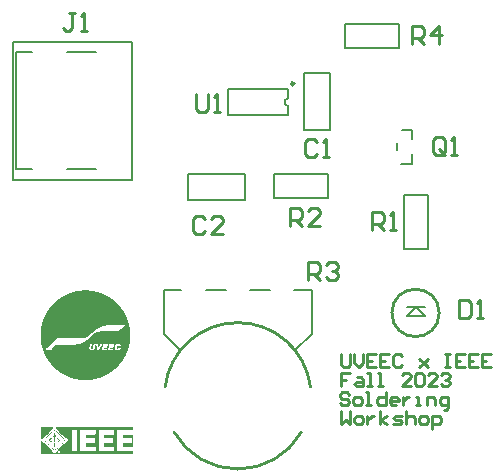
<source format=gto>
G04*
G04 #@! TF.GenerationSoftware,Altium Limited,Altium Designer,23.6.0 (18)*
G04*
G04 Layer_Color=65535*
%FSLAX44Y44*%
%MOMM*%
G71*
G04*
G04 #@! TF.SameCoordinates,BDD1234D-291B-4935-850E-A0033F3BDFF5*
G04*
G04*
G04 #@! TF.FilePolarity,Positive*
G04*
G01*
G75*
%ADD10C,0.2540*%
%ADD11C,0.2000*%
G36*
X49770Y-247476D02*
X50985D01*
Y-247523D01*
X51686D01*
Y-247570D01*
X52247D01*
Y-247616D01*
X52761D01*
Y-247663D01*
X53182D01*
Y-247710D01*
X53556D01*
Y-247757D01*
X53930D01*
Y-247803D01*
X54257D01*
Y-247850D01*
X54584D01*
Y-247897D01*
X54911D01*
Y-247943D01*
X55192D01*
Y-247990D01*
X55472D01*
Y-248037D01*
X55706D01*
Y-248084D01*
X55986D01*
Y-248130D01*
X56220D01*
Y-248177D01*
X56454D01*
Y-248224D01*
X56688D01*
Y-248271D01*
X56874D01*
Y-248317D01*
X57108D01*
Y-248364D01*
X57295D01*
Y-248411D01*
X57529D01*
Y-248458D01*
X57716D01*
Y-248504D01*
X57903D01*
Y-248551D01*
X58090D01*
Y-248598D01*
X58277D01*
Y-248645D01*
X58464D01*
Y-248691D01*
X58651D01*
Y-248738D01*
X58791D01*
Y-248785D01*
X58978D01*
Y-248832D01*
X59165D01*
Y-248878D01*
X59305D01*
Y-248925D01*
X59492D01*
Y-248972D01*
X59632D01*
Y-249018D01*
X59772D01*
Y-249065D01*
X59959D01*
Y-249112D01*
X60100D01*
Y-249159D01*
X60240D01*
Y-249205D01*
X60380D01*
Y-249252D01*
X60520D01*
Y-249299D01*
X60707D01*
Y-249346D01*
X60848D01*
Y-249392D01*
X60988D01*
Y-249439D01*
X61128D01*
Y-249486D01*
X61221D01*
Y-249533D01*
X61362D01*
Y-249579D01*
X61502D01*
Y-249626D01*
X61642D01*
Y-249673D01*
X61782D01*
Y-249720D01*
X61876D01*
Y-249766D01*
X62016D01*
Y-249813D01*
X62156D01*
Y-249860D01*
X62296D01*
Y-249907D01*
X62390D01*
Y-249953D01*
X62530D01*
Y-250000D01*
X62624D01*
Y-250047D01*
X62764D01*
Y-250093D01*
X62857D01*
Y-250140D01*
X62997D01*
Y-250187D01*
X63091D01*
Y-250234D01*
X63231D01*
Y-250280D01*
X63325D01*
Y-250327D01*
X63465D01*
Y-250374D01*
X63558D01*
Y-250421D01*
X63652D01*
Y-250467D01*
X63792D01*
Y-250514D01*
X63886D01*
Y-250561D01*
X63979D01*
Y-250608D01*
X64119D01*
Y-250654D01*
X64213D01*
Y-250701D01*
X64306D01*
Y-250748D01*
X64400D01*
Y-250795D01*
X64540D01*
Y-250841D01*
X64633D01*
Y-250888D01*
X64727D01*
Y-250935D01*
X64820D01*
Y-250982D01*
X64914D01*
Y-251028D01*
X65054D01*
Y-251075D01*
X65148D01*
Y-251122D01*
X65241D01*
Y-251168D01*
X65335D01*
Y-251215D01*
X65428D01*
Y-251262D01*
X65521D01*
Y-251309D01*
X65615D01*
Y-251355D01*
X65708D01*
Y-251402D01*
X65802D01*
Y-251449D01*
X65895D01*
Y-251496D01*
X65989D01*
Y-251542D01*
X66082D01*
Y-251589D01*
X66176D01*
Y-251636D01*
X66269D01*
Y-251683D01*
X66363D01*
Y-251729D01*
X66456D01*
Y-251776D01*
X66550D01*
Y-251823D01*
X66597D01*
Y-251870D01*
X66690D01*
Y-251916D01*
X66783D01*
Y-251963D01*
X66877D01*
Y-252010D01*
X66971D01*
Y-252057D01*
X67064D01*
Y-252103D01*
X67157D01*
Y-252150D01*
X67204D01*
Y-252197D01*
X67298D01*
Y-252243D01*
X67391D01*
Y-252290D01*
X67485D01*
Y-252337D01*
X67531D01*
Y-252384D01*
X67625D01*
Y-252430D01*
X67718D01*
Y-252477D01*
X67812D01*
Y-252524D01*
X67859D01*
Y-252571D01*
X67952D01*
Y-252617D01*
X68046D01*
Y-252664D01*
X68139D01*
Y-252711D01*
X68186D01*
Y-252758D01*
X68279D01*
Y-252804D01*
X68373D01*
Y-252851D01*
X68419D01*
Y-252898D01*
X68513D01*
Y-252945D01*
X68606D01*
Y-252991D01*
X68653D01*
Y-253038D01*
X68747D01*
Y-253085D01*
X68793D01*
Y-253132D01*
X68887D01*
Y-253178D01*
X68980D01*
Y-253225D01*
X69027D01*
Y-253272D01*
X69120D01*
Y-253319D01*
X69167D01*
Y-253365D01*
X69261D01*
Y-253412D01*
X69354D01*
Y-253459D01*
X69401D01*
Y-253505D01*
X69495D01*
Y-253552D01*
X69541D01*
Y-253599D01*
X69635D01*
Y-253646D01*
X69681D01*
Y-253692D01*
X69775D01*
Y-253739D01*
X69822D01*
Y-253786D01*
X69915D01*
Y-253833D01*
X69962D01*
Y-253880D01*
X70055D01*
Y-253926D01*
X70102D01*
Y-253973D01*
X70196D01*
Y-254020D01*
X70242D01*
Y-254066D01*
X70336D01*
Y-254113D01*
X70382D01*
Y-254160D01*
X70429D01*
Y-254207D01*
X70523D01*
Y-254253D01*
X70570D01*
Y-254300D01*
X70663D01*
Y-254347D01*
X70710D01*
Y-254394D01*
X70803D01*
Y-254440D01*
X70850D01*
Y-254487D01*
X70897D01*
Y-254534D01*
X70990D01*
Y-254581D01*
X71037D01*
Y-254627D01*
X71130D01*
Y-254674D01*
X71177D01*
Y-254721D01*
X71224D01*
Y-254767D01*
X71317D01*
Y-254814D01*
X71364D01*
Y-254861D01*
X71411D01*
Y-254908D01*
X71504D01*
Y-254954D01*
X71551D01*
Y-255001D01*
X71598D01*
Y-255048D01*
X71691D01*
Y-255095D01*
X71738D01*
Y-255142D01*
X71785D01*
Y-255188D01*
X71878D01*
Y-255235D01*
X71925D01*
Y-255282D01*
X71972D01*
Y-255328D01*
X72065D01*
Y-255375D01*
X72112D01*
Y-255422D01*
X72159D01*
Y-255469D01*
X72252D01*
Y-255515D01*
X72299D01*
Y-255562D01*
X72346D01*
Y-255609D01*
X72392D01*
Y-255656D01*
X72486D01*
Y-255702D01*
X72533D01*
Y-255749D01*
X72579D01*
Y-255796D01*
X72626D01*
Y-255843D01*
X72720D01*
Y-255889D01*
X72766D01*
Y-255936D01*
X72813D01*
Y-255983D01*
X72860D01*
Y-256029D01*
X72953D01*
Y-256076D01*
X73000D01*
Y-256123D01*
X73047D01*
Y-256170D01*
X73094D01*
Y-256217D01*
X73140D01*
Y-256263D01*
X73234D01*
Y-256310D01*
X73280D01*
Y-256357D01*
X73327D01*
Y-256403D01*
X73374D01*
Y-256450D01*
X73421D01*
Y-256497D01*
X73467D01*
Y-256544D01*
X73561D01*
Y-256590D01*
X73608D01*
Y-256637D01*
X73654D01*
Y-256684D01*
X73701D01*
Y-256731D01*
X73748D01*
Y-256777D01*
X73795D01*
Y-256824D01*
X73888D01*
Y-256871D01*
X73935D01*
Y-256918D01*
X73982D01*
Y-256964D01*
X74028D01*
Y-257011D01*
X74075D01*
Y-257058D01*
X74122D01*
Y-257104D01*
X74169D01*
Y-257151D01*
X74215D01*
Y-257198D01*
X74309D01*
Y-257245D01*
X74356D01*
Y-257292D01*
X74402D01*
Y-257338D01*
X74449D01*
Y-257385D01*
X74496D01*
Y-257432D01*
X74542D01*
Y-257479D01*
X74589D01*
Y-257525D01*
X74636D01*
Y-257572D01*
X74683D01*
Y-257619D01*
X74729D01*
Y-257665D01*
X74776D01*
Y-257712D01*
X74870D01*
Y-257759D01*
X74916D01*
Y-257806D01*
X74963D01*
Y-257852D01*
X75010D01*
Y-257899D01*
X75057D01*
Y-257946D01*
X75103D01*
Y-257993D01*
X75150D01*
Y-258039D01*
X75197D01*
Y-258086D01*
X75244D01*
Y-258133D01*
X75290D01*
Y-258180D01*
X75337D01*
Y-258226D01*
X75384D01*
Y-258273D01*
X75430D01*
Y-258320D01*
X75477D01*
Y-258367D01*
X75524D01*
Y-258413D01*
X75571D01*
Y-258460D01*
X75617D01*
Y-258507D01*
X75664D01*
Y-258554D01*
X75711D01*
Y-258600D01*
X75758D01*
Y-258647D01*
X75804D01*
Y-258694D01*
X75851D01*
Y-258741D01*
X75898D01*
Y-258787D01*
X75945D01*
Y-258834D01*
X75991D01*
Y-258881D01*
X76038D01*
Y-258927D01*
X76085D01*
Y-258974D01*
X76132D01*
Y-259021D01*
X76178D01*
Y-259068D01*
X76225D01*
Y-259114D01*
X76272D01*
Y-259161D01*
X76319D01*
Y-259208D01*
X76365D01*
Y-259255D01*
X76412D01*
Y-259301D01*
X76459D01*
Y-259348D01*
X76505D01*
Y-259395D01*
X76552D01*
Y-259488D01*
X76599D01*
Y-259535D01*
X76646D01*
Y-259582D01*
X76693D01*
Y-259629D01*
X76739D01*
Y-259675D01*
X76786D01*
Y-259722D01*
X76833D01*
Y-259769D01*
X76880D01*
Y-259816D01*
X76926D01*
Y-259862D01*
X76973D01*
Y-259909D01*
X77020D01*
Y-259956D01*
X77066D01*
Y-260049D01*
X77113D01*
Y-260096D01*
X77160D01*
Y-260143D01*
X77207D01*
Y-260189D01*
X77253D01*
Y-260236D01*
X77300D01*
Y-260283D01*
X77347D01*
Y-260330D01*
X77394D01*
Y-260376D01*
X77440D01*
Y-260470D01*
X77487D01*
Y-260517D01*
X77534D01*
Y-260563D01*
X77581D01*
Y-260610D01*
X77627D01*
Y-260657D01*
X77674D01*
Y-260704D01*
X77721D01*
Y-260797D01*
X77768D01*
Y-260844D01*
X77814D01*
Y-260891D01*
X77861D01*
Y-260937D01*
X77908D01*
Y-260984D01*
X77955D01*
Y-261031D01*
X78001D01*
Y-261124D01*
X78048D01*
Y-261171D01*
X78095D01*
Y-261218D01*
X78141D01*
Y-261264D01*
X78188D01*
Y-261311D01*
X78235D01*
Y-261405D01*
X78282D01*
Y-261451D01*
X78328D01*
Y-261498D01*
X78375D01*
Y-261545D01*
X78422D01*
Y-261638D01*
X78469D01*
Y-261685D01*
X78515D01*
Y-261732D01*
X78562D01*
Y-261779D01*
X78609D01*
Y-261872D01*
X78656D01*
Y-261919D01*
X78702D01*
Y-261966D01*
X78749D01*
Y-262012D01*
X78796D01*
Y-262106D01*
X78843D01*
Y-262153D01*
X78889D01*
Y-262199D01*
X78936D01*
Y-262293D01*
X78983D01*
Y-262339D01*
X79029D01*
Y-262386D01*
X79076D01*
Y-262480D01*
X79123D01*
Y-262526D01*
X79170D01*
Y-262573D01*
X79216D01*
Y-262667D01*
X79263D01*
Y-262713D01*
X79310D01*
Y-262760D01*
X79357D01*
Y-262854D01*
X79403D01*
Y-262900D01*
X79450D01*
Y-262947D01*
X79497D01*
Y-263041D01*
X79544D01*
Y-263087D01*
X79590D01*
Y-263134D01*
X79637D01*
Y-263228D01*
X79684D01*
Y-263274D01*
X79731D01*
Y-263368D01*
X79777D01*
Y-263414D01*
X79824D01*
Y-263461D01*
X79871D01*
Y-263555D01*
X79918D01*
Y-263601D01*
X79964D01*
Y-263695D01*
X80011D01*
Y-263742D01*
X80058D01*
Y-263835D01*
X80105D01*
Y-263882D01*
X80151D01*
Y-263929D01*
X80198D01*
Y-264022D01*
X80245D01*
Y-264069D01*
X80292D01*
Y-264162D01*
X80338D01*
Y-264209D01*
X80385D01*
Y-264303D01*
X80432D01*
Y-264349D01*
X80478D01*
Y-264443D01*
X80525D01*
Y-264489D01*
X80572D01*
Y-264583D01*
X80619D01*
Y-264630D01*
X80665D01*
Y-264723D01*
X80712D01*
Y-264770D01*
X80759D01*
Y-264863D01*
X80806D01*
Y-264910D01*
X80852D01*
Y-265004D01*
X80899D01*
Y-265097D01*
X80946D01*
Y-265144D01*
X80993D01*
Y-265237D01*
X81039D01*
Y-265284D01*
X81086D01*
Y-265378D01*
X81133D01*
Y-265471D01*
X81180D01*
Y-265518D01*
X81226D01*
Y-265611D01*
X81273D01*
Y-265658D01*
X81320D01*
Y-265751D01*
X81367D01*
Y-265845D01*
X81413D01*
Y-265892D01*
X81460D01*
Y-265985D01*
X81507D01*
Y-266079D01*
X81553D01*
Y-266126D01*
X81600D01*
Y-266219D01*
X81647D01*
Y-266312D01*
X81694D01*
Y-266406D01*
X81741D01*
Y-266453D01*
X81787D01*
Y-266546D01*
X81834D01*
Y-266640D01*
X81881D01*
Y-266733D01*
X81927D01*
Y-266780D01*
X81974D01*
Y-266873D01*
X82021D01*
Y-266967D01*
X82068D01*
Y-267060D01*
X82114D01*
Y-267107D01*
X82161D01*
Y-267201D01*
X82208D01*
Y-267294D01*
X82255D01*
Y-267388D01*
X82301D01*
Y-267481D01*
X82348D01*
Y-267574D01*
X82395D01*
Y-267668D01*
X82442D01*
Y-267715D01*
X82488D01*
Y-267808D01*
X82535D01*
Y-267902D01*
X82582D01*
Y-267995D01*
X82628D01*
Y-268089D01*
X82675D01*
Y-268182D01*
X82722D01*
Y-268276D01*
X82769D01*
Y-268369D01*
X82816D01*
Y-268463D01*
X82862D01*
Y-268556D01*
X82909D01*
Y-268650D01*
X82956D01*
Y-268743D01*
X83003D01*
Y-268836D01*
X83049D01*
Y-268930D01*
X83096D01*
Y-269023D01*
X83143D01*
Y-269117D01*
X83189D01*
Y-269210D01*
X83236D01*
Y-269350D01*
X83283D01*
Y-269444D01*
X83330D01*
Y-269538D01*
X83376D01*
Y-269631D01*
X83423D01*
Y-269725D01*
X83470D01*
Y-269865D01*
X83517D01*
Y-269958D01*
X83563D01*
Y-270052D01*
X83610D01*
Y-270145D01*
X83657D01*
Y-270285D01*
X83704D01*
Y-270379D01*
X83750D01*
Y-270472D01*
X83797D01*
Y-270613D01*
X83844D01*
Y-270706D01*
X83890D01*
Y-270800D01*
X83937D01*
Y-270940D01*
X83984D01*
Y-271033D01*
X84031D01*
Y-271173D01*
X84078D01*
Y-271267D01*
X84124D01*
Y-271407D01*
X84171D01*
Y-271501D01*
X84218D01*
Y-271641D01*
X84264D01*
Y-271734D01*
X84311D01*
Y-271875D01*
X84358D01*
Y-271968D01*
X84405D01*
Y-272108D01*
X84451D01*
Y-272248D01*
X84498D01*
Y-272389D01*
X84545D01*
Y-272482D01*
X84592D01*
Y-272622D01*
X84638D01*
Y-272763D01*
X84685D01*
Y-272903D01*
X84732D01*
Y-273043D01*
X84779D01*
Y-273137D01*
X84825D01*
Y-273277D01*
X84872D01*
Y-273417D01*
X84919D01*
Y-273557D01*
X84966D01*
Y-273744D01*
X85012D01*
Y-273884D01*
X85059D01*
Y-274025D01*
X85106D01*
Y-274165D01*
X85153D01*
Y-274305D01*
X85199D01*
Y-274492D01*
X85246D01*
Y-274632D01*
X85293D01*
Y-274772D01*
X85339D01*
Y-274959D01*
X85386D01*
Y-275100D01*
X85433D01*
Y-275287D01*
X85480D01*
Y-275474D01*
X85526D01*
Y-275614D01*
X85573D01*
Y-275801D01*
X85620D01*
Y-275988D01*
X85667D01*
Y-276175D01*
X85713D01*
Y-276362D01*
X85760D01*
Y-276549D01*
X85807D01*
Y-276735D01*
X85854D01*
Y-276969D01*
X85900D01*
Y-277156D01*
X85947D01*
Y-277390D01*
X85994D01*
Y-277577D01*
X86041D01*
Y-277811D01*
X86087D01*
Y-278044D01*
X86134D01*
Y-278278D01*
X86181D01*
Y-278558D01*
X86228D01*
Y-278792D01*
X86274D01*
Y-279073D01*
X86321D01*
Y-279353D01*
X86368D01*
Y-279680D01*
X86414D01*
Y-280007D01*
X86461D01*
Y-280335D01*
X86508D01*
Y-280709D01*
X86555D01*
Y-281082D01*
X86601D01*
Y-281503D01*
X86648D01*
Y-282017D01*
X86695D01*
Y-282578D01*
X86742D01*
Y-283279D01*
X86788D01*
Y-284494D01*
X86835D01*
Y-286364D01*
X86788D01*
Y-287579D01*
X86742D01*
Y-288280D01*
X86695D01*
Y-288841D01*
X86648D01*
Y-289356D01*
X86601D01*
Y-289776D01*
X86555D01*
Y-290150D01*
X86508D01*
Y-290524D01*
X86461D01*
Y-290851D01*
X86414D01*
Y-291178D01*
X86368D01*
Y-291506D01*
X86321D01*
Y-291786D01*
X86274D01*
Y-292066D01*
X86228D01*
Y-292300D01*
X86181D01*
Y-292581D01*
X86134D01*
Y-292814D01*
X86087D01*
Y-293048D01*
X86041D01*
Y-293282D01*
X85994D01*
Y-293469D01*
X85947D01*
Y-293702D01*
X85900D01*
Y-293889D01*
X85854D01*
Y-294123D01*
X85807D01*
Y-294310D01*
X85760D01*
Y-294497D01*
X85713D01*
Y-294684D01*
X85667D01*
Y-294871D01*
X85620D01*
Y-295058D01*
X85573D01*
Y-295245D01*
X85526D01*
Y-295385D01*
X85480D01*
Y-295572D01*
X85433D01*
Y-295759D01*
X85386D01*
Y-295899D01*
X85339D01*
Y-296086D01*
X85293D01*
Y-296226D01*
X85246D01*
Y-296367D01*
X85199D01*
Y-296553D01*
X85153D01*
Y-296694D01*
X85106D01*
Y-296834D01*
X85059D01*
Y-296974D01*
X85012D01*
Y-297114D01*
X84966D01*
Y-297301D01*
X84919D01*
Y-297442D01*
X84872D01*
Y-297582D01*
X84825D01*
Y-297722D01*
X84779D01*
Y-297815D01*
X84732D01*
Y-297956D01*
X84685D01*
Y-298096D01*
X84638D01*
Y-298236D01*
X84592D01*
Y-298376D01*
X84545D01*
Y-298470D01*
X84498D01*
Y-298610D01*
X84451D01*
Y-298750D01*
X84405D01*
Y-298890D01*
X84358D01*
Y-298984D01*
X84311D01*
Y-299124D01*
X84264D01*
Y-299218D01*
X84218D01*
Y-299358D01*
X84171D01*
Y-299451D01*
X84124D01*
Y-299592D01*
X84078D01*
Y-299685D01*
X84031D01*
Y-299825D01*
X83984D01*
Y-299919D01*
X83937D01*
Y-300059D01*
X83890D01*
Y-300152D01*
X83844D01*
Y-300246D01*
X83797D01*
Y-300386D01*
X83750D01*
Y-300480D01*
X83704D01*
Y-300573D01*
X83657D01*
Y-300713D01*
X83610D01*
Y-300807D01*
X83563D01*
Y-300900D01*
X83517D01*
Y-300994D01*
X83470D01*
Y-301134D01*
X83423D01*
Y-301227D01*
X83376D01*
Y-301321D01*
X83330D01*
Y-301415D01*
X83283D01*
Y-301508D01*
X83236D01*
Y-301648D01*
X83189D01*
Y-301742D01*
X83143D01*
Y-301835D01*
X83096D01*
Y-301929D01*
X83049D01*
Y-302022D01*
X83003D01*
Y-302116D01*
X82956D01*
Y-302209D01*
X82909D01*
Y-302303D01*
X82862D01*
Y-302396D01*
X82816D01*
Y-302489D01*
X82769D01*
Y-302583D01*
X82722D01*
Y-302677D01*
X82675D01*
Y-302770D01*
X82628D01*
Y-302864D01*
X82582D01*
Y-302957D01*
X82535D01*
Y-303050D01*
X82488D01*
Y-303144D01*
X82442D01*
Y-303191D01*
X82395D01*
Y-303284D01*
X82348D01*
Y-303378D01*
X82301D01*
Y-303471D01*
X82255D01*
Y-303565D01*
X82208D01*
Y-303658D01*
X82161D01*
Y-303752D01*
X82114D01*
Y-303798D01*
X82068D01*
Y-303892D01*
X82021D01*
Y-303985D01*
X81974D01*
Y-304079D01*
X81927D01*
Y-304125D01*
X81881D01*
Y-304219D01*
X81834D01*
Y-304312D01*
X81787D01*
Y-304406D01*
X81741D01*
Y-304453D01*
X81694D01*
Y-304546D01*
X81647D01*
Y-304640D01*
X81600D01*
Y-304733D01*
X81553D01*
Y-304780D01*
X81507D01*
Y-304873D01*
X81460D01*
Y-304967D01*
X81413D01*
Y-305014D01*
X81367D01*
Y-305107D01*
X81320D01*
Y-305201D01*
X81273D01*
Y-305247D01*
X81226D01*
Y-305341D01*
X81180D01*
Y-305387D01*
X81133D01*
Y-305481D01*
X81086D01*
Y-305574D01*
X81039D01*
Y-305621D01*
X80993D01*
Y-305715D01*
X80946D01*
Y-305761D01*
X80899D01*
Y-305855D01*
X80852D01*
Y-305948D01*
X80806D01*
Y-305995D01*
X80759D01*
Y-306089D01*
X80712D01*
Y-306135D01*
X80665D01*
Y-306229D01*
X80619D01*
Y-306276D01*
X80572D01*
Y-306369D01*
X80525D01*
Y-306416D01*
X80478D01*
Y-306509D01*
X80432D01*
Y-306556D01*
X80385D01*
Y-306649D01*
X80338D01*
Y-306696D01*
X80292D01*
Y-306790D01*
X80245D01*
Y-306836D01*
X80198D01*
Y-306930D01*
X80151D01*
Y-306977D01*
X80105D01*
Y-307023D01*
X80058D01*
Y-307117D01*
X80011D01*
Y-307164D01*
X79964D01*
Y-307257D01*
X79918D01*
Y-307304D01*
X79871D01*
Y-307397D01*
X79824D01*
Y-307444D01*
X79777D01*
Y-307491D01*
X79731D01*
Y-307584D01*
X79684D01*
Y-307631D01*
X79637D01*
Y-307724D01*
X79590D01*
Y-307771D01*
X79544D01*
Y-307818D01*
X79497D01*
Y-307911D01*
X79450D01*
Y-307958D01*
X79403D01*
Y-308005D01*
X79357D01*
Y-308098D01*
X79310D01*
Y-308145D01*
X79263D01*
Y-308192D01*
X79216D01*
Y-308285D01*
X79170D01*
Y-308332D01*
X79123D01*
Y-308379D01*
X79076D01*
Y-308472D01*
X79029D01*
Y-308519D01*
X78983D01*
Y-308566D01*
X78936D01*
Y-308659D01*
X78889D01*
Y-308706D01*
X78843D01*
Y-308753D01*
X78796D01*
Y-308846D01*
X78749D01*
Y-308893D01*
X78702D01*
Y-308940D01*
X78656D01*
Y-308986D01*
X78609D01*
Y-309080D01*
X78562D01*
Y-309127D01*
X78515D01*
Y-309173D01*
X78469D01*
Y-309220D01*
X78422D01*
Y-309314D01*
X78375D01*
Y-309360D01*
X78328D01*
Y-309407D01*
X78282D01*
Y-309454D01*
X78235D01*
Y-309547D01*
X78188D01*
Y-309594D01*
X78141D01*
Y-309641D01*
X78095D01*
Y-309688D01*
X78048D01*
Y-309734D01*
X78001D01*
Y-309828D01*
X77955D01*
Y-309874D01*
X77908D01*
Y-309921D01*
X77861D01*
Y-309968D01*
X77814D01*
Y-310015D01*
X77768D01*
Y-310061D01*
X77721D01*
Y-310155D01*
X77674D01*
Y-310202D01*
X77627D01*
Y-310249D01*
X77581D01*
Y-310295D01*
X77534D01*
Y-310342D01*
X77487D01*
Y-310389D01*
X77440D01*
Y-310482D01*
X77394D01*
Y-310529D01*
X77347D01*
Y-310576D01*
X77300D01*
Y-310622D01*
X77253D01*
Y-310669D01*
X77207D01*
Y-310716D01*
X77160D01*
Y-310763D01*
X77113D01*
Y-310809D01*
X77066D01*
Y-310903D01*
X77020D01*
Y-310950D01*
X76973D01*
Y-310996D01*
X76926D01*
Y-311043D01*
X76880D01*
Y-311090D01*
X76833D01*
Y-311136D01*
X76786D01*
Y-311183D01*
X76739D01*
Y-311230D01*
X76693D01*
Y-311277D01*
X76646D01*
Y-311324D01*
X76599D01*
Y-311370D01*
X76552D01*
Y-311464D01*
X76505D01*
Y-311511D01*
X76459D01*
Y-311557D01*
X76412D01*
Y-311604D01*
X76365D01*
Y-311651D01*
X76319D01*
Y-311697D01*
X76272D01*
Y-311744D01*
X76225D01*
Y-311791D01*
X76178D01*
Y-311838D01*
X76132D01*
Y-311884D01*
X76085D01*
Y-311931D01*
X76038D01*
Y-311978D01*
X75991D01*
Y-312025D01*
X75945D01*
Y-312071D01*
X75898D01*
Y-312118D01*
X75851D01*
Y-312165D01*
X75804D01*
Y-312212D01*
X75758D01*
Y-312258D01*
X75711D01*
Y-312305D01*
X75664D01*
Y-312352D01*
X75617D01*
Y-312398D01*
X75571D01*
Y-312445D01*
X75524D01*
Y-312492D01*
X75477D01*
Y-312539D01*
X75430D01*
Y-312586D01*
X75384D01*
Y-312632D01*
X75337D01*
Y-312679D01*
X75290D01*
Y-312726D01*
X75244D01*
Y-312773D01*
X75197D01*
Y-312819D01*
X75150D01*
Y-312866D01*
X75103D01*
Y-312913D01*
X75057D01*
Y-312959D01*
X75010D01*
Y-313006D01*
X74963D01*
Y-313053D01*
X74916D01*
Y-313100D01*
X74870D01*
Y-313146D01*
X74776D01*
Y-313193D01*
X74729D01*
Y-313240D01*
X74683D01*
Y-313287D01*
X74636D01*
Y-313333D01*
X74589D01*
Y-313380D01*
X74542D01*
Y-313427D01*
X74496D01*
Y-313474D01*
X74449D01*
Y-313520D01*
X74402D01*
Y-313567D01*
X74356D01*
Y-313614D01*
X74309D01*
Y-313661D01*
X74215D01*
Y-313707D01*
X74169D01*
Y-313754D01*
X74122D01*
Y-313801D01*
X74075D01*
Y-313848D01*
X74028D01*
Y-313894D01*
X73982D01*
Y-313941D01*
X73935D01*
Y-313988D01*
X73888D01*
Y-314034D01*
X73795D01*
Y-314081D01*
X73748D01*
Y-314128D01*
X73701D01*
Y-314175D01*
X73654D01*
Y-314221D01*
X73608D01*
Y-314268D01*
X73561D01*
Y-314315D01*
X73467D01*
Y-314362D01*
X73421D01*
Y-314408D01*
X73374D01*
Y-314455D01*
X73327D01*
Y-314502D01*
X73280D01*
Y-314549D01*
X73234D01*
Y-314595D01*
X73140D01*
Y-314642D01*
X73094D01*
Y-314689D01*
X73047D01*
Y-314736D01*
X73000D01*
Y-314782D01*
X72953D01*
Y-314829D01*
X72860D01*
Y-314876D01*
X72813D01*
Y-314923D01*
X72766D01*
Y-314969D01*
X72720D01*
Y-315016D01*
X72626D01*
Y-315063D01*
X72579D01*
Y-315110D01*
X72533D01*
Y-315156D01*
X72486D01*
Y-315203D01*
X72392D01*
Y-315250D01*
X72346D01*
Y-315296D01*
X72299D01*
Y-315343D01*
X72252D01*
Y-315390D01*
X72159D01*
Y-315437D01*
X72112D01*
Y-315483D01*
X72065D01*
Y-315530D01*
X71972D01*
Y-315577D01*
X71925D01*
Y-315624D01*
X71878D01*
Y-315670D01*
X71785D01*
Y-315717D01*
X71738D01*
Y-315764D01*
X71691D01*
Y-315811D01*
X71598D01*
Y-315857D01*
X71551D01*
Y-315904D01*
X71504D01*
Y-315951D01*
X71411D01*
Y-315998D01*
X71364D01*
Y-316044D01*
X71317D01*
Y-316091D01*
X71224D01*
Y-316138D01*
X71177D01*
Y-316185D01*
X71130D01*
Y-316231D01*
X71037D01*
Y-316278D01*
X70990D01*
Y-316325D01*
X70897D01*
Y-316371D01*
X70850D01*
Y-316418D01*
X70803D01*
Y-316465D01*
X70710D01*
Y-316512D01*
X70663D01*
Y-316558D01*
X70570D01*
Y-316605D01*
X70523D01*
Y-316652D01*
X70429D01*
Y-316699D01*
X70382D01*
Y-316745D01*
X70336D01*
Y-316792D01*
X70242D01*
Y-316839D01*
X70196D01*
Y-316886D01*
X70102D01*
Y-316932D01*
X70055D01*
Y-316979D01*
X69962D01*
Y-317026D01*
X69915D01*
Y-317073D01*
X69822D01*
Y-317119D01*
X69775D01*
Y-317166D01*
X69681D01*
Y-317213D01*
X69635D01*
Y-317260D01*
X69541D01*
Y-317306D01*
X69495D01*
Y-317353D01*
X69401D01*
Y-317400D01*
X69354D01*
Y-317446D01*
X69261D01*
Y-317493D01*
X69167D01*
Y-317540D01*
X69120D01*
Y-317587D01*
X69027D01*
Y-317633D01*
X68980D01*
Y-317680D01*
X68887D01*
Y-317727D01*
X68793D01*
Y-317774D01*
X68747D01*
Y-317820D01*
X68653D01*
Y-317867D01*
X68606D01*
Y-317914D01*
X68513D01*
Y-317961D01*
X68419D01*
Y-318007D01*
X68373D01*
Y-318054D01*
X68279D01*
Y-318101D01*
X68186D01*
Y-318148D01*
X68139D01*
Y-318194D01*
X68046D01*
Y-318241D01*
X67952D01*
Y-318288D01*
X67859D01*
Y-318335D01*
X67812D01*
Y-318381D01*
X67718D01*
Y-318428D01*
X67625D01*
Y-318475D01*
X67531D01*
Y-318521D01*
X67485D01*
Y-318568D01*
X67391D01*
Y-318615D01*
X67298D01*
Y-318662D01*
X67204D01*
Y-318708D01*
X67157D01*
Y-318755D01*
X67064D01*
Y-318802D01*
X66971D01*
Y-318849D01*
X66877D01*
Y-318895D01*
X66783D01*
Y-318942D01*
X66690D01*
Y-318989D01*
X66597D01*
Y-319036D01*
X66550D01*
Y-319082D01*
X66456D01*
Y-319129D01*
X66363D01*
Y-319176D01*
X66269D01*
Y-319223D01*
X66176D01*
Y-319269D01*
X66082D01*
Y-319316D01*
X65989D01*
Y-319363D01*
X65895D01*
Y-319410D01*
X65802D01*
Y-319456D01*
X65708D01*
Y-319503D01*
X65615D01*
Y-319550D01*
X65521D01*
Y-319597D01*
X65428D01*
Y-319643D01*
X65335D01*
Y-319690D01*
X65241D01*
Y-319737D01*
X65148D01*
Y-319783D01*
X65054D01*
Y-319830D01*
X64914D01*
Y-319877D01*
X64820D01*
Y-319924D01*
X64727D01*
Y-319970D01*
X64633D01*
Y-320017D01*
X64540D01*
Y-320064D01*
X64400D01*
Y-320111D01*
X64306D01*
Y-320157D01*
X64213D01*
Y-320204D01*
X64119D01*
Y-320251D01*
X63979D01*
Y-320298D01*
X63886D01*
Y-320344D01*
X63792D01*
Y-320391D01*
X63652D01*
Y-320438D01*
X63558D01*
Y-320485D01*
X63465D01*
Y-320531D01*
X63325D01*
Y-320578D01*
X63231D01*
Y-320625D01*
X63091D01*
Y-320672D01*
X62997D01*
Y-320718D01*
X62857D01*
Y-320765D01*
X62764D01*
Y-320812D01*
X62624D01*
Y-320858D01*
X62530D01*
Y-320905D01*
X62390D01*
Y-320952D01*
X62296D01*
Y-320999D01*
X62156D01*
Y-321045D01*
X62016D01*
Y-321092D01*
X61876D01*
Y-321139D01*
X61782D01*
Y-321186D01*
X61642D01*
Y-321232D01*
X61502D01*
Y-321279D01*
X61362D01*
Y-321326D01*
X61221D01*
Y-321373D01*
X61128D01*
Y-321419D01*
X60988D01*
Y-321466D01*
X60848D01*
Y-321513D01*
X60707D01*
Y-321560D01*
X60520D01*
Y-321606D01*
X60380D01*
Y-321653D01*
X60240D01*
Y-321700D01*
X60100D01*
Y-321747D01*
X59959D01*
Y-321793D01*
X59772D01*
Y-321840D01*
X59632D01*
Y-321887D01*
X59492D01*
Y-321934D01*
X59305D01*
Y-321980D01*
X59165D01*
Y-322027D01*
X58978D01*
Y-322074D01*
X58791D01*
Y-322121D01*
X58651D01*
Y-322167D01*
X58464D01*
Y-322214D01*
X58277D01*
Y-322261D01*
X58090D01*
Y-322308D01*
X57903D01*
Y-322354D01*
X57716D01*
Y-322401D01*
X57529D01*
Y-322448D01*
X57295D01*
Y-322495D01*
X57108D01*
Y-322541D01*
X56874D01*
Y-322588D01*
X56688D01*
Y-322635D01*
X56454D01*
Y-322681D01*
X56220D01*
Y-322728D01*
X55986D01*
Y-322775D01*
X55706D01*
Y-322822D01*
X55472D01*
Y-322868D01*
X55192D01*
Y-322915D01*
X54911D01*
Y-322962D01*
X54584D01*
Y-323009D01*
X54257D01*
Y-323055D01*
X53930D01*
Y-323102D01*
X53556D01*
Y-323149D01*
X53182D01*
Y-323196D01*
X52761D01*
Y-323242D01*
X52247D01*
Y-323289D01*
X51686D01*
Y-323336D01*
X50985D01*
Y-323382D01*
X49770D01*
Y-323429D01*
X47900D01*
Y-323382D01*
X46685D01*
Y-323336D01*
X45984D01*
Y-323289D01*
X45423D01*
Y-323242D01*
X44909D01*
Y-323196D01*
X44488D01*
Y-323149D01*
X44114D01*
Y-323102D01*
X43741D01*
Y-323055D01*
X43413D01*
Y-323009D01*
X43086D01*
Y-322962D01*
X42759D01*
Y-322915D01*
X42478D01*
Y-322868D01*
X42198D01*
Y-322822D01*
X41964D01*
Y-322775D01*
X41684D01*
Y-322728D01*
X41450D01*
Y-322681D01*
X41217D01*
Y-322635D01*
X40983D01*
Y-322588D01*
X40796D01*
Y-322541D01*
X40562D01*
Y-322495D01*
X40375D01*
Y-322448D01*
X40141D01*
Y-322401D01*
X39955D01*
Y-322354D01*
X39767D01*
Y-322308D01*
X39581D01*
Y-322261D01*
X39394D01*
Y-322214D01*
X39207D01*
Y-322167D01*
X39020D01*
Y-322121D01*
X38879D01*
Y-322074D01*
X38693D01*
Y-322027D01*
X38505D01*
Y-321980D01*
X38365D01*
Y-321934D01*
X38178D01*
Y-321887D01*
X38038D01*
Y-321840D01*
X37898D01*
Y-321793D01*
X37711D01*
Y-321747D01*
X37571D01*
Y-321700D01*
X37431D01*
Y-321653D01*
X37290D01*
Y-321606D01*
X37150D01*
Y-321560D01*
X36963D01*
Y-321513D01*
X36823D01*
Y-321466D01*
X36683D01*
Y-321419D01*
X36542D01*
Y-321373D01*
X36449D01*
Y-321326D01*
X36309D01*
Y-321279D01*
X36168D01*
Y-321232D01*
X36028D01*
Y-321186D01*
X35888D01*
Y-321139D01*
X35795D01*
Y-321092D01*
X35654D01*
Y-321045D01*
X35514D01*
Y-320999D01*
X35374D01*
Y-320952D01*
X35280D01*
Y-320905D01*
X35140D01*
Y-320858D01*
X35047D01*
Y-320812D01*
X34906D01*
Y-320765D01*
X34813D01*
Y-320718D01*
X34673D01*
Y-320672D01*
X34579D01*
Y-320625D01*
X34439D01*
Y-320578D01*
X34346D01*
Y-320531D01*
X34205D01*
Y-320485D01*
X34112D01*
Y-320438D01*
X34018D01*
Y-320391D01*
X33878D01*
Y-320344D01*
X33785D01*
Y-320298D01*
X33691D01*
Y-320251D01*
X33551D01*
Y-320204D01*
X33458D01*
Y-320157D01*
X33364D01*
Y-320111D01*
X33271D01*
Y-320064D01*
X33130D01*
Y-320017D01*
X33037D01*
Y-319970D01*
X32943D01*
Y-319924D01*
X32850D01*
Y-319877D01*
X32756D01*
Y-319830D01*
X32616D01*
Y-319783D01*
X32523D01*
Y-319737D01*
X32429D01*
Y-319690D01*
X32336D01*
Y-319643D01*
X32242D01*
Y-319597D01*
X32149D01*
Y-319550D01*
X32055D01*
Y-319503D01*
X31962D01*
Y-319456D01*
X31868D01*
Y-319410D01*
X31775D01*
Y-319363D01*
X31681D01*
Y-319316D01*
X31588D01*
Y-319269D01*
X31495D01*
Y-319223D01*
X31401D01*
Y-319176D01*
X31307D01*
Y-319129D01*
X31214D01*
Y-319082D01*
X31121D01*
Y-319036D01*
X31074D01*
Y-318989D01*
X30980D01*
Y-318942D01*
X30887D01*
Y-318895D01*
X30793D01*
Y-318849D01*
X30700D01*
Y-318802D01*
X30606D01*
Y-318755D01*
X30513D01*
Y-318708D01*
X30466D01*
Y-318662D01*
X30373D01*
Y-318615D01*
X30279D01*
Y-318568D01*
X30186D01*
Y-318521D01*
X30139D01*
Y-318475D01*
X30045D01*
Y-318428D01*
X29952D01*
Y-318381D01*
X29859D01*
Y-318335D01*
X29812D01*
Y-318288D01*
X29718D01*
Y-318241D01*
X29625D01*
Y-318194D01*
X29531D01*
Y-318148D01*
X29485D01*
Y-318101D01*
X29391D01*
Y-318054D01*
X29298D01*
Y-318007D01*
X29251D01*
Y-317961D01*
X29157D01*
Y-317914D01*
X29064D01*
Y-317867D01*
X29017D01*
Y-317820D01*
X28924D01*
Y-317774D01*
X28877D01*
Y-317727D01*
X28784D01*
Y-317680D01*
X28690D01*
Y-317633D01*
X28643D01*
Y-317587D01*
X28550D01*
Y-317540D01*
X28503D01*
Y-317493D01*
X28410D01*
Y-317446D01*
X28316D01*
Y-317400D01*
X28269D01*
Y-317353D01*
X28176D01*
Y-317306D01*
X28129D01*
Y-317260D01*
X28036D01*
Y-317213D01*
X27989D01*
Y-317166D01*
X27895D01*
Y-317119D01*
X27849D01*
Y-317073D01*
X27755D01*
Y-317026D01*
X27708D01*
Y-316979D01*
X27615D01*
Y-316932D01*
X27568D01*
Y-316886D01*
X27475D01*
Y-316839D01*
X27428D01*
Y-316792D01*
X27335D01*
Y-316745D01*
X27288D01*
Y-316699D01*
X27241D01*
Y-316652D01*
X27148D01*
Y-316605D01*
X27101D01*
Y-316558D01*
X27007D01*
Y-316512D01*
X26961D01*
Y-316465D01*
X26867D01*
Y-316418D01*
X26820D01*
Y-316371D01*
X26774D01*
Y-316325D01*
X26680D01*
Y-316278D01*
X26633D01*
Y-316231D01*
X26540D01*
Y-316185D01*
X26493D01*
Y-316138D01*
X26446D01*
Y-316091D01*
X26353D01*
Y-316044D01*
X26306D01*
Y-315998D01*
X26260D01*
Y-315951D01*
X26166D01*
Y-315904D01*
X26119D01*
Y-315857D01*
X26073D01*
Y-315811D01*
X25979D01*
Y-315764D01*
X25932D01*
Y-315717D01*
X25886D01*
Y-315670D01*
X25792D01*
Y-315624D01*
X25745D01*
Y-315577D01*
X25699D01*
Y-315530D01*
X25605D01*
Y-315483D01*
X25558D01*
Y-315437D01*
X25512D01*
Y-315390D01*
X25418D01*
Y-315343D01*
X25371D01*
Y-315296D01*
X25325D01*
Y-315250D01*
X25278D01*
Y-315203D01*
X25185D01*
Y-315156D01*
X25138D01*
Y-315110D01*
X25091D01*
Y-315063D01*
X25044D01*
Y-315016D01*
X24951D01*
Y-314969D01*
X24904D01*
Y-314923D01*
X24857D01*
Y-314876D01*
X24811D01*
Y-314829D01*
X24717D01*
Y-314782D01*
X24670D01*
Y-314736D01*
X24624D01*
Y-314689D01*
X24577D01*
Y-314642D01*
X24530D01*
Y-314595D01*
X24437D01*
Y-314549D01*
X24390D01*
Y-314502D01*
X24343D01*
Y-314455D01*
X24296D01*
Y-314408D01*
X24250D01*
Y-314362D01*
X24203D01*
Y-314315D01*
X24109D01*
Y-314268D01*
X24063D01*
Y-314221D01*
X24016D01*
Y-314175D01*
X23969D01*
Y-314128D01*
X23923D01*
Y-314081D01*
X23876D01*
Y-314034D01*
X23782D01*
Y-313988D01*
X23736D01*
Y-313941D01*
X23689D01*
Y-313894D01*
X23642D01*
Y-313848D01*
X23595D01*
Y-313801D01*
X23549D01*
Y-313754D01*
X23502D01*
Y-313707D01*
X23455D01*
Y-313661D01*
X23362D01*
Y-313614D01*
X23315D01*
Y-313567D01*
X23268D01*
Y-313520D01*
X23221D01*
Y-313474D01*
X23175D01*
Y-313427D01*
X23128D01*
Y-313380D01*
X23081D01*
Y-313333D01*
X23034D01*
Y-313287D01*
X22988D01*
Y-313240D01*
X22941D01*
Y-313193D01*
X22894D01*
Y-313146D01*
X22801D01*
Y-313100D01*
X22754D01*
Y-313053D01*
X22707D01*
Y-313006D01*
X22661D01*
Y-312959D01*
X22614D01*
Y-312913D01*
X22567D01*
Y-312866D01*
X22520D01*
Y-312819D01*
X22474D01*
Y-312773D01*
X22427D01*
Y-312726D01*
X22380D01*
Y-312679D01*
X22333D01*
Y-312632D01*
X22287D01*
Y-312586D01*
X22240D01*
Y-312539D01*
X22193D01*
Y-312492D01*
X22146D01*
Y-312445D01*
X22100D01*
Y-312398D01*
X22053D01*
Y-312352D01*
X22006D01*
Y-312305D01*
X21959D01*
Y-312258D01*
X21913D01*
Y-312212D01*
X21866D01*
Y-312165D01*
X21819D01*
Y-312118D01*
X21772D01*
Y-312071D01*
X21726D01*
Y-312025D01*
X21679D01*
Y-311978D01*
X21632D01*
Y-311931D01*
X21586D01*
Y-311884D01*
X21539D01*
Y-311838D01*
X21492D01*
Y-311791D01*
X21445D01*
Y-311744D01*
X21398D01*
Y-311697D01*
X21352D01*
Y-311651D01*
X21305D01*
Y-311604D01*
X21258D01*
Y-311557D01*
X21212D01*
Y-311511D01*
X21165D01*
Y-311464D01*
X21118D01*
Y-311370D01*
X21071D01*
Y-311324D01*
X21025D01*
Y-311277D01*
X20978D01*
Y-311230D01*
X20931D01*
Y-311183D01*
X20884D01*
Y-311136D01*
X20838D01*
Y-311090D01*
X20791D01*
Y-311043D01*
X20744D01*
Y-310996D01*
X20697D01*
Y-310950D01*
X20651D01*
Y-310903D01*
X20604D01*
Y-310809D01*
X20557D01*
Y-310763D01*
X20510D01*
Y-310716D01*
X20464D01*
Y-310669D01*
X20417D01*
Y-310622D01*
X20370D01*
Y-310576D01*
X20324D01*
Y-310529D01*
X20277D01*
Y-310482D01*
X20230D01*
Y-310389D01*
X20183D01*
Y-310342D01*
X20136D01*
Y-310295D01*
X20090D01*
Y-310249D01*
X20043D01*
Y-310202D01*
X19996D01*
Y-310155D01*
X19950D01*
Y-310061D01*
X19903D01*
Y-310015D01*
X19856D01*
Y-309968D01*
X19809D01*
Y-309921D01*
X19763D01*
Y-309874D01*
X19716D01*
Y-309828D01*
X19669D01*
Y-309734D01*
X19622D01*
Y-309688D01*
X19576D01*
Y-309641D01*
X19529D01*
Y-309594D01*
X19482D01*
Y-309547D01*
X19435D01*
Y-309454D01*
X19389D01*
Y-309407D01*
X19342D01*
Y-309360D01*
X19295D01*
Y-309314D01*
X19248D01*
Y-309220D01*
X19202D01*
Y-309173D01*
X19155D01*
Y-309127D01*
X19108D01*
Y-309080D01*
X19061D01*
Y-308986D01*
X19015D01*
Y-308940D01*
X18968D01*
Y-308893D01*
X18921D01*
Y-308846D01*
X18874D01*
Y-308753D01*
X18828D01*
Y-308706D01*
X18781D01*
Y-308659D01*
X18734D01*
Y-308566D01*
X18688D01*
Y-308519D01*
X18641D01*
Y-308472D01*
X18594D01*
Y-308379D01*
X18547D01*
Y-308332D01*
X18501D01*
Y-308285D01*
X18454D01*
Y-308192D01*
X18407D01*
Y-308145D01*
X18360D01*
Y-308098D01*
X18314D01*
Y-308005D01*
X18267D01*
Y-307958D01*
X18220D01*
Y-307911D01*
X18173D01*
Y-307818D01*
X18127D01*
Y-307771D01*
X18080D01*
Y-307724D01*
X18033D01*
Y-307631D01*
X17987D01*
Y-307584D01*
X17940D01*
Y-307491D01*
X17893D01*
Y-307444D01*
X17846D01*
Y-307397D01*
X17800D01*
Y-307304D01*
X17753D01*
Y-307257D01*
X17706D01*
Y-307164D01*
X17659D01*
Y-307117D01*
X17613D01*
Y-307023D01*
X17566D01*
Y-306977D01*
X17519D01*
Y-306930D01*
X17472D01*
Y-306836D01*
X17426D01*
Y-306790D01*
X17379D01*
Y-306696D01*
X17332D01*
Y-306649D01*
X17285D01*
Y-306556D01*
X17239D01*
Y-306509D01*
X17192D01*
Y-306416D01*
X17145D01*
Y-306369D01*
X17098D01*
Y-306276D01*
X17052D01*
Y-306229D01*
X17005D01*
Y-306135D01*
X16958D01*
Y-306089D01*
X16911D01*
Y-305995D01*
X16865D01*
Y-305948D01*
X16818D01*
Y-305855D01*
X16771D01*
Y-305761D01*
X16724D01*
Y-305715D01*
X16678D01*
Y-305621D01*
X16631D01*
Y-305574D01*
X16584D01*
Y-305481D01*
X16537D01*
Y-305387D01*
X16491D01*
Y-305341D01*
X16444D01*
Y-305247D01*
X16397D01*
Y-305201D01*
X16351D01*
Y-305107D01*
X16304D01*
Y-305014D01*
X16257D01*
Y-304967D01*
X16210D01*
Y-304873D01*
X16164D01*
Y-304780D01*
X16117D01*
Y-304733D01*
X16070D01*
Y-304640D01*
X16023D01*
Y-304546D01*
X15977D01*
Y-304453D01*
X15930D01*
Y-304406D01*
X15883D01*
Y-304312D01*
X15836D01*
Y-304219D01*
X15790D01*
Y-304125D01*
X15743D01*
Y-304079D01*
X15696D01*
Y-303985D01*
X15649D01*
Y-303892D01*
X15603D01*
Y-303798D01*
X15556D01*
Y-303752D01*
X15509D01*
Y-303658D01*
X15462D01*
Y-303565D01*
X15416D01*
Y-303471D01*
X15369D01*
Y-303378D01*
X15322D01*
Y-303284D01*
X15275D01*
Y-303191D01*
X15229D01*
Y-303144D01*
X15182D01*
Y-303050D01*
X15135D01*
Y-302957D01*
X15089D01*
Y-302864D01*
X15042D01*
Y-302770D01*
X14995D01*
Y-302677D01*
X14948D01*
Y-302583D01*
X14902D01*
Y-302489D01*
X14855D01*
Y-302396D01*
X14808D01*
Y-302303D01*
X14761D01*
Y-302209D01*
X14715D01*
Y-302116D01*
X14668D01*
Y-302022D01*
X14621D01*
Y-301929D01*
X14574D01*
Y-301835D01*
X14528D01*
Y-301742D01*
X14481D01*
Y-301648D01*
X14434D01*
Y-301508D01*
X14387D01*
Y-301415D01*
X14341D01*
Y-301321D01*
X14294D01*
Y-301227D01*
X14247D01*
Y-301134D01*
X14201D01*
Y-300994D01*
X14154D01*
Y-300900D01*
X14107D01*
Y-300807D01*
X14060D01*
Y-300713D01*
X14014D01*
Y-300573D01*
X13967D01*
Y-300480D01*
X13920D01*
Y-300386D01*
X13873D01*
Y-300246D01*
X13827D01*
Y-300152D01*
X13780D01*
Y-300059D01*
X13733D01*
Y-299919D01*
X13686D01*
Y-299825D01*
X13640D01*
Y-299685D01*
X13593D01*
Y-299592D01*
X13546D01*
Y-299451D01*
X13499D01*
Y-299358D01*
X13453D01*
Y-299218D01*
X13406D01*
Y-299124D01*
X13359D01*
Y-298984D01*
X13312D01*
Y-298890D01*
X13266D01*
Y-298750D01*
X13219D01*
Y-298610D01*
X13172D01*
Y-298470D01*
X13125D01*
Y-298376D01*
X13079D01*
Y-298236D01*
X13032D01*
Y-298096D01*
X12985D01*
Y-297956D01*
X12938D01*
Y-297815D01*
X12892D01*
Y-297722D01*
X12845D01*
Y-297582D01*
X12798D01*
Y-297442D01*
X12751D01*
Y-297301D01*
X12705D01*
Y-297114D01*
X12658D01*
Y-296974D01*
X12611D01*
Y-296834D01*
X12565D01*
Y-296694D01*
X12518D01*
Y-296553D01*
X12471D01*
Y-296367D01*
X12424D01*
Y-296226D01*
X12378D01*
Y-296086D01*
X12331D01*
Y-295899D01*
X12284D01*
Y-295759D01*
X12237D01*
Y-295572D01*
X12191D01*
Y-295385D01*
X12144D01*
Y-295245D01*
X12097D01*
Y-295058D01*
X12050D01*
Y-294871D01*
X12004D01*
Y-294684D01*
X11957D01*
Y-294497D01*
X11910D01*
Y-294310D01*
X11863D01*
Y-294123D01*
X11817D01*
Y-293889D01*
X11770D01*
Y-293702D01*
X11723D01*
Y-293469D01*
X11676D01*
Y-293282D01*
X11630D01*
Y-293048D01*
X11583D01*
Y-292814D01*
X11536D01*
Y-292581D01*
X11489D01*
Y-292300D01*
X11443D01*
Y-292066D01*
X11396D01*
Y-291786D01*
X11349D01*
Y-291506D01*
X11303D01*
Y-291178D01*
X11256D01*
Y-290851D01*
X11209D01*
Y-290524D01*
X11162D01*
Y-290150D01*
X11116D01*
Y-289776D01*
X11069D01*
Y-289356D01*
X11022D01*
Y-288841D01*
X10975D01*
Y-288280D01*
X10929D01*
Y-287579D01*
X10882D01*
Y-286364D01*
X10835D01*
Y-284494D01*
X10882D01*
Y-283279D01*
X10929D01*
Y-282578D01*
X10975D01*
Y-282017D01*
X11022D01*
Y-281503D01*
X11069D01*
Y-281082D01*
X11116D01*
Y-280709D01*
X11162D01*
Y-280335D01*
X11209D01*
Y-280007D01*
X11256D01*
Y-279680D01*
X11303D01*
Y-279353D01*
X11349D01*
Y-279073D01*
X11396D01*
Y-278792D01*
X11443D01*
Y-278558D01*
X11489D01*
Y-278278D01*
X11536D01*
Y-278044D01*
X11583D01*
Y-277811D01*
X11630D01*
Y-277577D01*
X11676D01*
Y-277390D01*
X11723D01*
Y-277156D01*
X11770D01*
Y-276969D01*
X11817D01*
Y-276735D01*
X11863D01*
Y-276549D01*
X11910D01*
Y-276362D01*
X11957D01*
Y-276175D01*
X12004D01*
Y-275988D01*
X12050D01*
Y-275801D01*
X12097D01*
Y-275614D01*
X12144D01*
Y-275474D01*
X12191D01*
Y-275287D01*
X12237D01*
Y-275100D01*
X12284D01*
Y-274959D01*
X12331D01*
Y-274772D01*
X12378D01*
Y-274632D01*
X12424D01*
Y-274492D01*
X12471D01*
Y-274305D01*
X12518D01*
Y-274165D01*
X12565D01*
Y-274025D01*
X12611D01*
Y-273884D01*
X12658D01*
Y-273744D01*
X12705D01*
Y-273557D01*
X12751D01*
Y-273417D01*
X12798D01*
Y-273277D01*
X12845D01*
Y-273137D01*
X12892D01*
Y-273043D01*
X12938D01*
Y-272903D01*
X12985D01*
Y-272763D01*
X13032D01*
Y-272622D01*
X13079D01*
Y-272482D01*
X13125D01*
Y-272389D01*
X13172D01*
Y-272248D01*
X13219D01*
Y-272108D01*
X13266D01*
Y-271968D01*
X13312D01*
Y-271875D01*
X13359D01*
Y-271734D01*
X13406D01*
Y-271641D01*
X13453D01*
Y-271501D01*
X13499D01*
Y-271407D01*
X13546D01*
Y-271267D01*
X13593D01*
Y-271173D01*
X13640D01*
Y-271033D01*
X13686D01*
Y-270940D01*
X13733D01*
Y-270800D01*
X13780D01*
Y-270706D01*
X13827D01*
Y-270613D01*
X13873D01*
Y-270472D01*
X13920D01*
Y-270379D01*
X13967D01*
Y-270285D01*
X14014D01*
Y-270145D01*
X14060D01*
Y-270052D01*
X14107D01*
Y-269958D01*
X14154D01*
Y-269865D01*
X14201D01*
Y-269725D01*
X14247D01*
Y-269631D01*
X14294D01*
Y-269538D01*
X14341D01*
Y-269444D01*
X14387D01*
Y-269350D01*
X14434D01*
Y-269210D01*
X14481D01*
Y-269117D01*
X14528D01*
Y-269023D01*
X14574D01*
Y-268930D01*
X14621D01*
Y-268836D01*
X14668D01*
Y-268743D01*
X14715D01*
Y-268650D01*
X14761D01*
Y-268556D01*
X14808D01*
Y-268463D01*
X14855D01*
Y-268369D01*
X14902D01*
Y-268276D01*
X14948D01*
Y-268182D01*
X14995D01*
Y-268089D01*
X15042D01*
Y-267995D01*
X15089D01*
Y-267902D01*
X15135D01*
Y-267808D01*
X15182D01*
Y-267715D01*
X15229D01*
Y-267668D01*
X15275D01*
Y-267574D01*
X15322D01*
Y-267481D01*
X15369D01*
Y-267388D01*
X15416D01*
Y-267294D01*
X15462D01*
Y-267201D01*
X15509D01*
Y-267107D01*
X15556D01*
Y-267060D01*
X15603D01*
Y-266967D01*
X15649D01*
Y-266873D01*
X15696D01*
Y-266780D01*
X15743D01*
Y-266733D01*
X15790D01*
Y-266640D01*
X15836D01*
Y-266546D01*
X15883D01*
Y-266453D01*
X15930D01*
Y-266406D01*
X15977D01*
Y-266312D01*
X16023D01*
Y-266219D01*
X16070D01*
Y-266126D01*
X16117D01*
Y-266079D01*
X16164D01*
Y-265985D01*
X16210D01*
Y-265892D01*
X16257D01*
Y-265845D01*
X16304D01*
Y-265751D01*
X16351D01*
Y-265658D01*
X16397D01*
Y-265611D01*
X16444D01*
Y-265518D01*
X16491D01*
Y-265471D01*
X16537D01*
Y-265378D01*
X16584D01*
Y-265284D01*
X16631D01*
Y-265237D01*
X16678D01*
Y-265144D01*
X16724D01*
Y-265097D01*
X16771D01*
Y-265004D01*
X16818D01*
Y-264910D01*
X16865D01*
Y-264863D01*
X16911D01*
Y-264770D01*
X16958D01*
Y-264723D01*
X17005D01*
Y-264630D01*
X17052D01*
Y-264583D01*
X17098D01*
Y-264489D01*
X17145D01*
Y-264443D01*
X17192D01*
Y-264349D01*
X17239D01*
Y-264303D01*
X17285D01*
Y-264209D01*
X17332D01*
Y-264162D01*
X17379D01*
Y-264069D01*
X17426D01*
Y-264022D01*
X17472D01*
Y-263929D01*
X17519D01*
Y-263882D01*
X17566D01*
Y-263835D01*
X17613D01*
Y-263742D01*
X17659D01*
Y-263695D01*
X17706D01*
Y-263601D01*
X17753D01*
Y-263555D01*
X17800D01*
Y-263461D01*
X17846D01*
Y-263414D01*
X17893D01*
Y-263368D01*
X17940D01*
Y-263274D01*
X17987D01*
Y-263228D01*
X18033D01*
Y-263134D01*
X18080D01*
Y-263087D01*
X18127D01*
Y-263041D01*
X18173D01*
Y-262947D01*
X18220D01*
Y-262900D01*
X18267D01*
Y-262854D01*
X18314D01*
Y-262760D01*
X18360D01*
Y-262713D01*
X18407D01*
Y-262667D01*
X18454D01*
Y-262573D01*
X18501D01*
Y-262526D01*
X18547D01*
Y-262480D01*
X18594D01*
Y-262386D01*
X18641D01*
Y-262339D01*
X18688D01*
Y-262293D01*
X18734D01*
Y-262199D01*
X18781D01*
Y-262153D01*
X18828D01*
Y-262106D01*
X18874D01*
Y-262012D01*
X18921D01*
Y-261966D01*
X18968D01*
Y-261919D01*
X19015D01*
Y-261872D01*
X19061D01*
Y-261779D01*
X19108D01*
Y-261732D01*
X19155D01*
Y-261685D01*
X19202D01*
Y-261638D01*
X19248D01*
Y-261545D01*
X19295D01*
Y-261498D01*
X19342D01*
Y-261451D01*
X19389D01*
Y-261405D01*
X19435D01*
Y-261311D01*
X19482D01*
Y-261264D01*
X19529D01*
Y-261218D01*
X19576D01*
Y-261171D01*
X19622D01*
Y-261124D01*
X19669D01*
Y-261031D01*
X19716D01*
Y-260984D01*
X19763D01*
Y-260937D01*
X19809D01*
Y-260891D01*
X19856D01*
Y-260844D01*
X19903D01*
Y-260797D01*
X19950D01*
Y-260704D01*
X19996D01*
Y-260657D01*
X20043D01*
Y-260610D01*
X20090D01*
Y-260563D01*
X20136D01*
Y-260517D01*
X20183D01*
Y-260470D01*
X20230D01*
Y-260376D01*
X20277D01*
Y-260330D01*
X20324D01*
Y-260283D01*
X20370D01*
Y-260236D01*
X20417D01*
Y-260189D01*
X20464D01*
Y-260143D01*
X20510D01*
Y-260096D01*
X20557D01*
Y-260049D01*
X20604D01*
Y-259956D01*
X20651D01*
Y-259909D01*
X20697D01*
Y-259862D01*
X20744D01*
Y-259816D01*
X20791D01*
Y-259769D01*
X20838D01*
Y-259722D01*
X20884D01*
Y-259675D01*
X20931D01*
Y-259629D01*
X20978D01*
Y-259582D01*
X21025D01*
Y-259535D01*
X21071D01*
Y-259488D01*
X21118D01*
Y-259395D01*
X21165D01*
Y-259348D01*
X21212D01*
Y-259301D01*
X21258D01*
Y-259255D01*
X21305D01*
Y-259208D01*
X21352D01*
Y-259161D01*
X21398D01*
Y-259114D01*
X21445D01*
Y-259068D01*
X21492D01*
Y-259021D01*
X21539D01*
Y-258974D01*
X21586D01*
Y-258927D01*
X21632D01*
Y-258881D01*
X21679D01*
Y-258834D01*
X21726D01*
Y-258787D01*
X21772D01*
Y-258741D01*
X21819D01*
Y-258694D01*
X21866D01*
Y-258647D01*
X21913D01*
Y-258600D01*
X21959D01*
Y-258554D01*
X22006D01*
Y-258507D01*
X22053D01*
Y-258460D01*
X22100D01*
Y-258413D01*
X22146D01*
Y-258367D01*
X22193D01*
Y-258320D01*
X22240D01*
Y-258273D01*
X22287D01*
Y-258226D01*
X22333D01*
Y-258180D01*
X22380D01*
Y-258133D01*
X22427D01*
Y-258086D01*
X22474D01*
Y-258039D01*
X22520D01*
Y-257993D01*
X22567D01*
Y-257946D01*
X22614D01*
Y-257899D01*
X22661D01*
Y-257852D01*
X22707D01*
Y-257806D01*
X22754D01*
Y-257759D01*
X22801D01*
Y-257712D01*
X22894D01*
Y-257665D01*
X22941D01*
Y-257619D01*
X22988D01*
Y-257572D01*
X23034D01*
Y-257525D01*
X23081D01*
Y-257479D01*
X23128D01*
Y-257432D01*
X23175D01*
Y-257385D01*
X23221D01*
Y-257338D01*
X23268D01*
Y-257292D01*
X23315D01*
Y-257245D01*
X23362D01*
Y-257198D01*
X23455D01*
Y-257151D01*
X23502D01*
Y-257104D01*
X23549D01*
Y-257058D01*
X23595D01*
Y-257011D01*
X23642D01*
Y-256964D01*
X23689D01*
Y-256918D01*
X23736D01*
Y-256871D01*
X23782D01*
Y-256824D01*
X23876D01*
Y-256777D01*
X23923D01*
Y-256731D01*
X23969D01*
Y-256684D01*
X24016D01*
Y-256637D01*
X24063D01*
Y-256590D01*
X24109D01*
Y-256544D01*
X24203D01*
Y-256497D01*
X24250D01*
Y-256450D01*
X24296D01*
Y-256403D01*
X24343D01*
Y-256357D01*
X24390D01*
Y-256310D01*
X24437D01*
Y-256263D01*
X24530D01*
Y-256217D01*
X24577D01*
Y-256170D01*
X24624D01*
Y-256123D01*
X24670D01*
Y-256076D01*
X24717D01*
Y-256029D01*
X24811D01*
Y-255983D01*
X24857D01*
Y-255936D01*
X24904D01*
Y-255889D01*
X24951D01*
Y-255843D01*
X25044D01*
Y-255796D01*
X25091D01*
Y-255749D01*
X25138D01*
Y-255702D01*
X25185D01*
Y-255656D01*
X25278D01*
Y-255609D01*
X25325D01*
Y-255562D01*
X25371D01*
Y-255515D01*
X25418D01*
Y-255469D01*
X25512D01*
Y-255422D01*
X25558D01*
Y-255375D01*
X25605D01*
Y-255328D01*
X25699D01*
Y-255282D01*
X25745D01*
Y-255235D01*
X25792D01*
Y-255188D01*
X25886D01*
Y-255142D01*
X25932D01*
Y-255095D01*
X25979D01*
Y-255048D01*
X26073D01*
Y-255001D01*
X26119D01*
Y-254954D01*
X26166D01*
Y-254908D01*
X26260D01*
Y-254861D01*
X26306D01*
Y-254814D01*
X26353D01*
Y-254767D01*
X26446D01*
Y-254721D01*
X26493D01*
Y-254674D01*
X26540D01*
Y-254627D01*
X26633D01*
Y-254581D01*
X26680D01*
Y-254534D01*
X26774D01*
Y-254487D01*
X26820D01*
Y-254440D01*
X26867D01*
Y-254394D01*
X26961D01*
Y-254347D01*
X27007D01*
Y-254300D01*
X27101D01*
Y-254253D01*
X27148D01*
Y-254207D01*
X27241D01*
Y-254160D01*
X27288D01*
Y-254113D01*
X27335D01*
Y-254066D01*
X27428D01*
Y-254020D01*
X27475D01*
Y-253973D01*
X27568D01*
Y-253926D01*
X27615D01*
Y-253880D01*
X27708D01*
Y-253833D01*
X27755D01*
Y-253786D01*
X27849D01*
Y-253739D01*
X27895D01*
Y-253692D01*
X27989D01*
Y-253646D01*
X28036D01*
Y-253599D01*
X28129D01*
Y-253552D01*
X28176D01*
Y-253505D01*
X28269D01*
Y-253459D01*
X28316D01*
Y-253412D01*
X28410D01*
Y-253365D01*
X28503D01*
Y-253319D01*
X28550D01*
Y-253272D01*
X28643D01*
Y-253225D01*
X28690D01*
Y-253178D01*
X28784D01*
Y-253132D01*
X28877D01*
Y-253085D01*
X28924D01*
Y-253038D01*
X29017D01*
Y-252991D01*
X29064D01*
Y-252945D01*
X29157D01*
Y-252898D01*
X29251D01*
Y-252851D01*
X29298D01*
Y-252804D01*
X29391D01*
Y-252758D01*
X29485D01*
Y-252711D01*
X29531D01*
Y-252664D01*
X29625D01*
Y-252617D01*
X29718D01*
Y-252571D01*
X29812D01*
Y-252524D01*
X29859D01*
Y-252477D01*
X29952D01*
Y-252430D01*
X30045D01*
Y-252384D01*
X30139D01*
Y-252337D01*
X30186D01*
Y-252290D01*
X30279D01*
Y-252243D01*
X30373D01*
Y-252197D01*
X30466D01*
Y-252150D01*
X30513D01*
Y-252103D01*
X30606D01*
Y-252057D01*
X30700D01*
Y-252010D01*
X30793D01*
Y-251963D01*
X30887D01*
Y-251916D01*
X30980D01*
Y-251870D01*
X31074D01*
Y-251823D01*
X31121D01*
Y-251776D01*
X31214D01*
Y-251729D01*
X31307D01*
Y-251683D01*
X31401D01*
Y-251636D01*
X31495D01*
Y-251589D01*
X31588D01*
Y-251542D01*
X31681D01*
Y-251496D01*
X31775D01*
Y-251449D01*
X31868D01*
Y-251402D01*
X31962D01*
Y-251355D01*
X32055D01*
Y-251309D01*
X32149D01*
Y-251262D01*
X32242D01*
Y-251215D01*
X32336D01*
Y-251168D01*
X32429D01*
Y-251122D01*
X32523D01*
Y-251075D01*
X32616D01*
Y-251028D01*
X32756D01*
Y-250982D01*
X32850D01*
Y-250935D01*
X32943D01*
Y-250888D01*
X33037D01*
Y-250841D01*
X33130D01*
Y-250795D01*
X33271D01*
Y-250748D01*
X33364D01*
Y-250701D01*
X33458D01*
Y-250654D01*
X33551D01*
Y-250608D01*
X33691D01*
Y-250561D01*
X33785D01*
Y-250514D01*
X33878D01*
Y-250467D01*
X34018D01*
Y-250421D01*
X34112D01*
Y-250374D01*
X34205D01*
Y-250327D01*
X34346D01*
Y-250280D01*
X34439D01*
Y-250234D01*
X34579D01*
Y-250187D01*
X34673D01*
Y-250140D01*
X34813D01*
Y-250093D01*
X34906D01*
Y-250047D01*
X35047D01*
Y-250000D01*
X35140D01*
Y-249953D01*
X35280D01*
Y-249907D01*
X35374D01*
Y-249860D01*
X35514D01*
Y-249813D01*
X35654D01*
Y-249766D01*
X35795D01*
Y-249720D01*
X35888D01*
Y-249673D01*
X36028D01*
Y-249626D01*
X36168D01*
Y-249579D01*
X36309D01*
Y-249533D01*
X36449D01*
Y-249486D01*
X36542D01*
Y-249439D01*
X36683D01*
Y-249392D01*
X36823D01*
Y-249346D01*
X36963D01*
Y-249299D01*
X37150D01*
Y-249252D01*
X37290D01*
Y-249205D01*
X37431D01*
Y-249159D01*
X37571D01*
Y-249112D01*
X37711D01*
Y-249065D01*
X37898D01*
Y-249018D01*
X38038D01*
Y-248972D01*
X38178D01*
Y-248925D01*
X38365D01*
Y-248878D01*
X38505D01*
Y-248832D01*
X38693D01*
Y-248785D01*
X38879D01*
Y-248738D01*
X39020D01*
Y-248691D01*
X39207D01*
Y-248645D01*
X39394D01*
Y-248598D01*
X39581D01*
Y-248551D01*
X39767D01*
Y-248504D01*
X39955D01*
Y-248458D01*
X40141D01*
Y-248411D01*
X40375D01*
Y-248364D01*
X40562D01*
Y-248317D01*
X40796D01*
Y-248271D01*
X40983D01*
Y-248224D01*
X41217D01*
Y-248177D01*
X41450D01*
Y-248130D01*
X41684D01*
Y-248084D01*
X41964D01*
Y-248037D01*
X42198D01*
Y-247990D01*
X42478D01*
Y-247943D01*
X42759D01*
Y-247897D01*
X43086D01*
Y-247850D01*
X43413D01*
Y-247803D01*
X43741D01*
Y-247757D01*
X44114D01*
Y-247710D01*
X44488D01*
Y-247663D01*
X44909D01*
Y-247616D01*
X45423D01*
Y-247570D01*
X45984D01*
Y-247523D01*
X46685D01*
Y-247476D01*
X47900D01*
Y-247429D01*
X49770D01*
Y-247476D01*
D02*
G37*
G36*
X22484Y-363216D02*
X21941D01*
Y-363488D01*
X21669D01*
Y-364031D01*
X21397D01*
Y-364303D01*
X21125D01*
Y-364575D01*
X20854D01*
Y-365118D01*
X20582D01*
Y-365390D01*
X20310D01*
Y-365662D01*
X20038D01*
Y-365934D01*
X19766D01*
Y-366477D01*
X19495D01*
Y-366749D01*
X19223D01*
Y-367021D01*
X18951D01*
Y-367293D01*
X18679D01*
Y-367564D01*
X18408D01*
Y-367836D01*
X18136D01*
Y-368108D01*
X17864D01*
Y-368380D01*
X17592D01*
Y-368652D01*
X17320D01*
Y-368923D01*
X17049D01*
Y-369195D01*
X16777D01*
Y-369467D01*
X16505D01*
Y-369739D01*
X16233D01*
Y-370010D01*
X15962D01*
Y-370282D01*
X15690D01*
Y-370554D01*
X15418D01*
Y-370826D01*
X15146D01*
Y-371097D01*
X14603D01*
Y-371369D01*
X14331D01*
Y-371641D01*
X14059D01*
Y-371913D01*
X13787D01*
Y-372185D01*
X13244D01*
Y-372456D01*
X12972D01*
Y-372728D01*
X12700D01*
Y-373000D01*
X12157D01*
Y-373272D01*
X11885D01*
Y-373544D01*
X11613D01*
Y-373815D01*
X11342D01*
Y-374087D01*
X11070D01*
Y-362944D01*
X22484D01*
Y-363216D01*
D02*
G37*
G36*
X89070Y-378436D02*
Y-378707D01*
Y-379794D01*
X80645D01*
Y-376261D01*
X88254D01*
Y-372728D01*
X80645D01*
Y-369467D01*
X88798D01*
Y-369195D01*
X89070D01*
Y-378436D01*
D02*
G37*
G36*
X23300Y-366206D02*
X23843D01*
Y-366477D01*
X24115D01*
Y-366749D01*
X24387D01*
Y-367021D01*
X24930D01*
Y-367293D01*
X25202D01*
Y-367564D01*
X25474D01*
Y-367836D01*
X25746D01*
Y-368108D01*
X26017D01*
Y-368380D01*
X26289D01*
Y-368652D01*
X26833D01*
Y-368923D01*
X27104D01*
Y-369195D01*
X27376D01*
Y-369467D01*
X27648D01*
Y-369739D01*
X27920D01*
Y-370282D01*
X28192D01*
Y-370554D01*
X28463D01*
Y-370826D01*
X28735D01*
Y-371097D01*
X29007D01*
Y-371369D01*
X29279D01*
Y-371641D01*
X29550D01*
Y-371913D01*
X29822D01*
Y-372456D01*
X30094D01*
Y-372728D01*
X30366D01*
Y-373000D01*
X30638D01*
Y-373544D01*
X30909D01*
Y-373815D01*
X31181D01*
Y-374631D01*
X30909D01*
Y-375174D01*
X30638D01*
Y-375718D01*
X30366D01*
Y-375989D01*
X30094D01*
Y-376261D01*
X29822D01*
Y-376805D01*
X29550D01*
Y-377077D01*
X29279D01*
Y-377348D01*
X29007D01*
Y-377620D01*
X28735D01*
Y-377892D01*
X28463D01*
Y-378164D01*
X28192D01*
Y-378436D01*
X27920D01*
Y-378707D01*
X27648D01*
Y-378979D01*
X27376D01*
Y-379251D01*
X27104D01*
Y-379523D01*
X26833D01*
Y-379794D01*
X26561D01*
Y-380066D01*
X26289D01*
Y-380338D01*
X26017D01*
Y-380610D01*
X25746D01*
Y-380882D01*
X25474D01*
Y-381153D01*
X25202D01*
Y-381425D01*
X24659D01*
Y-381697D01*
X24387D01*
Y-381969D01*
X24115D01*
Y-382240D01*
X23571D01*
Y-382512D01*
X23028D01*
Y-382784D01*
X22484D01*
Y-382512D01*
X21941D01*
Y-382240D01*
X21397D01*
Y-381969D01*
X21125D01*
Y-381697D01*
X20854D01*
Y-381425D01*
X20310D01*
Y-381153D01*
X20038D01*
Y-380882D01*
X19766D01*
Y-380610D01*
X19495D01*
Y-380338D01*
X19223D01*
Y-380066D01*
X18951D01*
Y-379794D01*
X18679D01*
Y-379523D01*
X18408D01*
Y-379251D01*
X18136D01*
Y-378979D01*
X17592D01*
Y-378707D01*
X17320D01*
Y-378436D01*
X17049D01*
Y-377892D01*
X16777D01*
Y-377620D01*
X16505D01*
Y-377348D01*
X16233D01*
Y-377077D01*
X15962D01*
Y-376805D01*
X15690D01*
Y-376533D01*
X15418D01*
Y-376261D01*
X15146D01*
Y-375718D01*
X14875D01*
Y-375446D01*
X14603D01*
Y-374902D01*
X14331D01*
Y-373815D01*
X14603D01*
Y-373272D01*
X14875D01*
Y-373000D01*
X15146D01*
Y-372456D01*
X15418D01*
Y-372185D01*
X15690D01*
Y-371913D01*
X15962D01*
Y-371641D01*
X16233D01*
Y-371369D01*
X16505D01*
Y-370826D01*
X16777D01*
Y-370554D01*
X17049D01*
Y-370282D01*
X17320D01*
Y-370010D01*
X17592D01*
Y-369739D01*
X17864D01*
Y-369467D01*
X18136D01*
Y-369195D01*
X18408D01*
Y-368923D01*
X18951D01*
Y-368652D01*
X19223D01*
Y-368380D01*
X19495D01*
Y-368108D01*
X19766D01*
Y-367836D01*
X20038D01*
Y-367564D01*
X20310D01*
Y-367293D01*
X20582D01*
Y-367021D01*
X21125D01*
Y-366749D01*
X21397D01*
Y-366477D01*
X21669D01*
Y-366206D01*
X22213D01*
Y-365934D01*
X23300D01*
Y-366206D01*
D02*
G37*
G36*
X89070Y-365934D02*
X75753D01*
Y-383056D01*
X76024D01*
Y-383327D01*
X88798D01*
Y-383056D01*
X89070D01*
Y-385774D01*
X11070D01*
Y-374359D01*
X11342D01*
Y-374902D01*
X11613D01*
Y-375174D01*
X12157D01*
Y-375446D01*
X12429D01*
Y-375718D01*
X12700D01*
Y-375989D01*
X13244D01*
Y-376261D01*
X13516D01*
Y-376533D01*
X13787D01*
Y-376805D01*
X14331D01*
Y-377077D01*
X14603D01*
Y-377348D01*
X14875D01*
Y-377620D01*
X15146D01*
Y-377892D01*
X15418D01*
Y-378164D01*
X15690D01*
Y-378436D01*
X16233D01*
Y-378707D01*
X16505D01*
Y-378979D01*
X16777D01*
Y-379251D01*
X17049D01*
Y-379523D01*
X17320D01*
Y-379794D01*
X17592D01*
Y-380066D01*
X17864D01*
Y-380338D01*
X18136D01*
Y-380610D01*
X18408D01*
Y-380882D01*
X18679D01*
Y-381153D01*
X18951D01*
Y-381697D01*
X19223D01*
Y-381969D01*
X19495D01*
Y-382240D01*
X19766D01*
Y-382512D01*
X20038D01*
Y-382784D01*
X20310D01*
Y-383327D01*
X20582D01*
Y-383599D01*
X20854D01*
Y-383871D01*
X21125D01*
Y-384143D01*
X21397D01*
Y-384686D01*
X21669D01*
Y-384958D01*
X21941D01*
Y-385502D01*
X23300D01*
Y-385230D01*
X23571D01*
Y-384686D01*
X23843D01*
Y-384415D01*
X24115D01*
Y-384143D01*
X24387D01*
Y-383599D01*
X24659D01*
Y-383327D01*
X24930D01*
Y-383056D01*
X25202D01*
Y-382784D01*
X25474D01*
Y-382512D01*
X25746D01*
Y-381969D01*
X26017D01*
Y-381697D01*
X26289D01*
Y-381425D01*
X26561D01*
Y-381153D01*
X26833D01*
Y-380882D01*
X27104D01*
Y-380610D01*
X27376D01*
Y-380338D01*
X27648D01*
Y-380066D01*
X27920D01*
Y-379794D01*
X28192D01*
Y-379523D01*
X28463D01*
Y-379251D01*
X28735D01*
Y-378979D01*
X29007D01*
Y-378707D01*
X29279D01*
Y-378436D01*
X29550D01*
Y-378164D01*
X29822D01*
Y-377892D01*
X30366D01*
Y-377620D01*
X30638D01*
Y-377348D01*
X30909D01*
Y-377077D01*
X31181D01*
Y-376805D01*
X31453D01*
Y-376533D01*
X31997D01*
Y-376261D01*
X32268D01*
Y-375989D01*
X32540D01*
Y-375718D01*
X33084D01*
Y-375446D01*
X33355D01*
Y-375174D01*
X33899D01*
Y-374902D01*
X34171D01*
Y-373815D01*
X33899D01*
Y-373544D01*
X33355D01*
Y-373272D01*
X33084D01*
Y-373000D01*
X32812D01*
Y-372728D01*
X32268D01*
Y-372456D01*
X31997D01*
Y-372185D01*
X31725D01*
Y-371913D01*
X31181D01*
Y-371641D01*
X30909D01*
Y-371369D01*
X30638D01*
Y-371097D01*
X30366D01*
Y-370826D01*
X30094D01*
Y-370554D01*
X29550D01*
Y-370282D01*
X29279D01*
Y-370010D01*
X29007D01*
Y-369739D01*
X28735D01*
Y-369467D01*
X28463D01*
Y-369195D01*
X28192D01*
Y-368923D01*
X27920D01*
Y-368652D01*
X27648D01*
Y-368380D01*
X27376D01*
Y-368108D01*
X27104D01*
Y-367836D01*
X26833D01*
Y-367564D01*
X26561D01*
Y-367021D01*
X26289D01*
Y-366749D01*
X26017D01*
Y-366477D01*
X25746D01*
Y-366206D01*
X25474D01*
Y-365934D01*
X25202D01*
Y-365662D01*
X24930D01*
Y-365118D01*
X24659D01*
Y-364847D01*
X24387D01*
Y-364575D01*
X24115D01*
Y-364031D01*
X23843D01*
Y-363760D01*
X23571D01*
Y-363488D01*
X23300D01*
Y-363216D01*
X23028D01*
Y-362944D01*
X89070D01*
Y-365934D01*
D02*
G37*
%LPC*%
G36*
X77020Y-292768D02*
X76225D01*
Y-292814D01*
X75898D01*
Y-292861D01*
X75664D01*
Y-292908D01*
X75524D01*
Y-292955D01*
X75384D01*
Y-293001D01*
X75244D01*
Y-293048D01*
X75150D01*
Y-293095D01*
X75057D01*
Y-293141D01*
X74963D01*
Y-293188D01*
X74870D01*
Y-293235D01*
X74823D01*
Y-293282D01*
X74729D01*
Y-293328D01*
X74683D01*
Y-293375D01*
X74636D01*
Y-293422D01*
X74589D01*
Y-293469D01*
X74542D01*
Y-293515D01*
X74496D01*
Y-293562D01*
X74449D01*
Y-293609D01*
X74402D01*
Y-293656D01*
X74356D01*
Y-293702D01*
X74309D01*
Y-293749D01*
X74262D01*
Y-293796D01*
X74215D01*
Y-293843D01*
X74169D01*
Y-293936D01*
X74122D01*
Y-293983D01*
X74075D01*
Y-294076D01*
X74028D01*
Y-294170D01*
X73982D01*
Y-294263D01*
X73935D01*
Y-294357D01*
X73888D01*
Y-294450D01*
X73841D01*
Y-294544D01*
X73795D01*
Y-294684D01*
X73748D01*
Y-294824D01*
X73701D01*
Y-295011D01*
X73654D01*
Y-295245D01*
X73608D01*
Y-295619D01*
X73561D01*
Y-296133D01*
X73608D01*
Y-296460D01*
X73654D01*
Y-296647D01*
X73701D01*
Y-296787D01*
X73748D01*
Y-296927D01*
X73795D01*
Y-297021D01*
X73841D01*
Y-297114D01*
X73888D01*
Y-297208D01*
X73935D01*
Y-297255D01*
X73982D01*
Y-297348D01*
X74028D01*
Y-297395D01*
X74075D01*
Y-297442D01*
X74122D01*
Y-297488D01*
X74169D01*
Y-297535D01*
X74215D01*
Y-297582D01*
X74262D01*
Y-297628D01*
X74309D01*
Y-297675D01*
X74356D01*
Y-297722D01*
X74449D01*
Y-297769D01*
X74496D01*
Y-297815D01*
X74589D01*
Y-297862D01*
X74636D01*
Y-297909D01*
X74729D01*
Y-297956D01*
X74870D01*
Y-298002D01*
X74963D01*
Y-298049D01*
X75150D01*
Y-298096D01*
X75337D01*
Y-298143D01*
X75711D01*
Y-298189D01*
X76365D01*
Y-298143D01*
X76739D01*
Y-298096D01*
X76926D01*
Y-298049D01*
X77066D01*
Y-298002D01*
X77207D01*
Y-297956D01*
X77300D01*
Y-297909D01*
X77394D01*
Y-297862D01*
X77487D01*
Y-297815D01*
X77581D01*
Y-297769D01*
X77627D01*
Y-297722D01*
X77721D01*
Y-297675D01*
X77768D01*
Y-297628D01*
X77814D01*
Y-297582D01*
X77861D01*
Y-297535D01*
X77908D01*
Y-297488D01*
X78001D01*
Y-297395D01*
X78048D01*
Y-297348D01*
X78095D01*
Y-297301D01*
X78141D01*
Y-297255D01*
X78188D01*
Y-297208D01*
X78235D01*
Y-297114D01*
X78282D01*
Y-297068D01*
X78328D01*
Y-296974D01*
X78375D01*
Y-296927D01*
X78422D01*
Y-296834D01*
X78469D01*
Y-296740D01*
X78515D01*
Y-296647D01*
X78562D01*
Y-296507D01*
X78609D01*
Y-296413D01*
X78656D01*
Y-296226D01*
X78702D01*
Y-296133D01*
X77066D01*
Y-296226D01*
X77020D01*
Y-296320D01*
X76973D01*
Y-296413D01*
X76926D01*
Y-296507D01*
X76880D01*
Y-296553D01*
X76833D01*
Y-296600D01*
X76786D01*
Y-296647D01*
X76739D01*
Y-296694D01*
X76646D01*
Y-296740D01*
X76599D01*
Y-296787D01*
X76459D01*
Y-296834D01*
X75945D01*
Y-296787D01*
X75804D01*
Y-296740D01*
X75711D01*
Y-296694D01*
X75664D01*
Y-296647D01*
X75617D01*
Y-296600D01*
X75571D01*
Y-296553D01*
X75524D01*
Y-296507D01*
X75477D01*
Y-296413D01*
X75430D01*
Y-296320D01*
X75384D01*
Y-296133D01*
X75337D01*
Y-295385D01*
X75384D01*
Y-295198D01*
X75430D01*
Y-295058D01*
X75477D01*
Y-294918D01*
X75524D01*
Y-294824D01*
X75571D01*
Y-294731D01*
X75617D01*
Y-294684D01*
X75664D01*
Y-294590D01*
X75711D01*
Y-294544D01*
X75758D01*
Y-294497D01*
X75804D01*
Y-294450D01*
X75851D01*
Y-294403D01*
X75898D01*
Y-294357D01*
X75945D01*
Y-294310D01*
X76038D01*
Y-294263D01*
X76085D01*
Y-294216D01*
X76178D01*
Y-294170D01*
X76365D01*
Y-294123D01*
X76833D01*
Y-294170D01*
X76973D01*
Y-294216D01*
X77066D01*
Y-294263D01*
X77113D01*
Y-294310D01*
X77160D01*
Y-294357D01*
X77207D01*
Y-294403D01*
X77253D01*
Y-294544D01*
X77300D01*
Y-294777D01*
X78843D01*
Y-294731D01*
X78889D01*
Y-294590D01*
X78843D01*
Y-294170D01*
X78796D01*
Y-293983D01*
X78749D01*
Y-293936D01*
Y-293889D01*
X78702D01*
Y-293749D01*
X78656D01*
Y-293702D01*
X78609D01*
Y-293609D01*
X78562D01*
Y-293562D01*
X78515D01*
Y-293469D01*
X78469D01*
Y-293422D01*
X78422D01*
Y-293375D01*
X78375D01*
Y-293328D01*
X78328D01*
Y-293282D01*
X78235D01*
Y-293235D01*
X78188D01*
Y-293188D01*
X78141D01*
Y-293141D01*
X78048D01*
Y-293095D01*
X78001D01*
Y-293048D01*
X77908D01*
Y-293001D01*
X77768D01*
Y-292955D01*
X77674D01*
Y-292908D01*
X77534D01*
Y-292861D01*
X77300D01*
Y-292814D01*
X77020D01*
Y-292768D01*
D02*
G37*
G36*
X63138Y-292908D02*
X61362D01*
Y-293001D01*
X61315D01*
Y-293141D01*
X61268D01*
Y-293235D01*
X61221D01*
Y-293328D01*
X61175D01*
Y-293422D01*
X61128D01*
Y-293515D01*
X61081D01*
Y-293609D01*
X61034D01*
Y-293702D01*
X60988D01*
Y-293843D01*
X60941D01*
Y-293936D01*
X60894D01*
Y-294030D01*
X60848D01*
Y-294123D01*
X60801D01*
Y-294216D01*
X60754D01*
Y-294310D01*
X60707D01*
Y-294403D01*
X60661D01*
Y-294544D01*
X60614D01*
Y-294637D01*
X60567D01*
Y-294731D01*
X60520D01*
Y-294824D01*
X60474D01*
Y-294918D01*
X60427D01*
Y-295011D01*
X60380D01*
Y-295105D01*
X60333D01*
Y-295245D01*
X60287D01*
Y-295338D01*
X60240D01*
Y-295432D01*
X60193D01*
Y-295525D01*
X60146D01*
Y-295619D01*
X60100D01*
Y-295712D01*
X60053D01*
Y-295852D01*
X60006D01*
Y-295946D01*
X59959D01*
Y-296086D01*
X59913D01*
Y-296133D01*
X59866D01*
Y-296039D01*
X59913D01*
Y-295292D01*
X59866D01*
Y-294357D01*
X59819D01*
Y-293375D01*
X59772D01*
Y-292908D01*
X58043D01*
Y-293188D01*
X58090D01*
Y-293562D01*
X58137D01*
Y-293983D01*
X58183D01*
Y-294357D01*
X58230D01*
Y-294731D01*
X58277D01*
Y-295105D01*
X58323D01*
Y-295478D01*
X58370D01*
Y-295852D01*
X58417D01*
Y-296226D01*
X58464D01*
Y-296647D01*
X58510D01*
Y-297021D01*
X58557D01*
Y-297395D01*
X58604D01*
Y-297769D01*
X58651D01*
Y-298049D01*
X60333D01*
Y-297956D01*
X60380D01*
Y-297862D01*
X60427D01*
Y-297815D01*
X60474D01*
Y-297722D01*
X60520D01*
Y-297628D01*
X60567D01*
Y-297535D01*
X60614D01*
Y-297442D01*
X60661D01*
Y-297395D01*
X60707D01*
Y-297301D01*
X60754D01*
Y-297208D01*
X60801D01*
Y-297114D01*
X60848D01*
Y-297021D01*
X60894D01*
Y-296927D01*
X60941D01*
Y-296881D01*
X60988D01*
Y-296787D01*
X61034D01*
Y-296694D01*
X61081D01*
Y-296600D01*
X61128D01*
Y-296507D01*
X61175D01*
Y-296460D01*
X61221D01*
Y-296367D01*
X61268D01*
Y-296273D01*
X61315D01*
Y-296180D01*
X61362D01*
Y-296086D01*
X61408D01*
Y-296039D01*
X61455D01*
Y-295946D01*
X61502D01*
Y-295852D01*
X61549D01*
Y-295806D01*
Y-295759D01*
X61595D01*
Y-295665D01*
X61642D01*
Y-295572D01*
X61689D01*
Y-295525D01*
X61736D01*
Y-295432D01*
X61782D01*
Y-295338D01*
X61829D01*
Y-295245D01*
X61876D01*
Y-295151D01*
X61922D01*
Y-295105D01*
X61969D01*
Y-295011D01*
X62016D01*
Y-294918D01*
X62063D01*
Y-294824D01*
X62109D01*
Y-294731D01*
X62156D01*
Y-294637D01*
X62203D01*
Y-294590D01*
X62250D01*
Y-294497D01*
X62296D01*
Y-294403D01*
X62343D01*
Y-294310D01*
X62390D01*
Y-294216D01*
X62437D01*
Y-294170D01*
X62483D01*
Y-294076D01*
X62530D01*
Y-293983D01*
X62577D01*
Y-293889D01*
X62624D01*
Y-293796D01*
X62670D01*
Y-293702D01*
X62717D01*
Y-293656D01*
X62764D01*
Y-293562D01*
X62811D01*
Y-293469D01*
X62857D01*
Y-293375D01*
X62904D01*
Y-293282D01*
X62951D01*
Y-293235D01*
X62997D01*
Y-293141D01*
X63044D01*
Y-293048D01*
X63091D01*
Y-292955D01*
X63138D01*
Y-292908D01*
D02*
G37*
G36*
X57482D02*
X55893D01*
Y-292955D01*
X55846D01*
Y-293188D01*
X55799D01*
Y-293375D01*
X55753D01*
Y-293609D01*
X55706D01*
Y-293843D01*
X55659D01*
Y-294076D01*
X55613D01*
Y-294263D01*
X55566D01*
Y-294497D01*
X55519D01*
Y-294731D01*
X55472D01*
Y-294918D01*
X55426D01*
Y-295151D01*
X55379D01*
Y-295385D01*
X55332D01*
Y-295619D01*
X55285D01*
Y-295806D01*
X55239D01*
Y-296039D01*
X55192D01*
Y-296226D01*
X55145D01*
Y-296320D01*
X55098D01*
Y-296413D01*
X55052D01*
Y-296507D01*
X55005D01*
Y-296553D01*
X54958D01*
Y-296647D01*
X54911D01*
Y-296694D01*
X54818D01*
Y-296740D01*
X54771D01*
Y-296787D01*
X54678D01*
Y-296834D01*
X54491D01*
Y-296881D01*
X54164D01*
Y-296834D01*
X54023D01*
Y-296787D01*
X53930D01*
Y-296740D01*
X53836D01*
Y-296694D01*
X53790D01*
Y-296600D01*
X53743D01*
Y-296507D01*
X53696D01*
Y-296320D01*
X53649D01*
Y-296180D01*
X53696D01*
Y-295899D01*
X53743D01*
Y-295665D01*
X53790D01*
Y-295432D01*
X53836D01*
Y-295245D01*
X53883D01*
Y-295011D01*
X53930D01*
Y-294824D01*
X53977D01*
Y-294590D01*
X54023D01*
Y-294357D01*
X54070D01*
Y-294170D01*
X54117D01*
Y-293936D01*
X54164D01*
Y-293749D01*
X54210D01*
Y-293515D01*
X54257D01*
Y-293282D01*
X54304D01*
Y-293095D01*
X54351D01*
Y-292908D01*
X52715D01*
Y-293141D01*
X52668D01*
Y-293328D01*
X52621D01*
Y-293562D01*
X52574D01*
Y-293796D01*
X52528D01*
Y-293983D01*
X52481D01*
Y-294216D01*
X52434D01*
Y-294450D01*
X52387D01*
Y-294637D01*
X52341D01*
Y-294871D01*
X52294D01*
Y-295105D01*
X52247D01*
Y-295292D01*
X52200D01*
Y-295525D01*
X52154D01*
Y-295759D01*
X52107D01*
Y-295993D01*
X52060D01*
Y-296320D01*
X52014D01*
Y-296600D01*
Y-296647D01*
Y-296694D01*
X52060D01*
Y-296927D01*
X52107D01*
Y-297114D01*
X52154D01*
Y-297208D01*
X52200D01*
Y-297301D01*
X52247D01*
Y-297395D01*
X52294D01*
Y-297442D01*
X52341D01*
Y-297535D01*
X52387D01*
Y-297582D01*
X52434D01*
Y-297628D01*
X52481D01*
Y-297675D01*
X52528D01*
Y-297722D01*
X52574D01*
Y-297769D01*
X52668D01*
Y-297815D01*
X52715D01*
Y-297862D01*
X52808D01*
Y-297909D01*
X52902D01*
Y-297956D01*
X52995D01*
Y-298002D01*
X53135D01*
Y-298049D01*
X53275D01*
Y-298096D01*
X53509D01*
Y-298143D01*
X53883D01*
Y-298189D01*
X54631D01*
Y-298143D01*
X55005D01*
Y-298096D01*
X55239D01*
Y-298049D01*
X55379D01*
Y-298002D01*
X55519D01*
Y-297956D01*
X55613D01*
Y-297909D01*
X55706D01*
Y-297862D01*
X55799D01*
Y-297815D01*
X55846D01*
Y-297769D01*
X55940D01*
Y-297722D01*
X55986D01*
Y-297675D01*
X56033D01*
Y-297628D01*
X56080D01*
Y-297582D01*
X56127D01*
Y-297535D01*
X56173D01*
Y-297488D01*
X56220D01*
Y-297442D01*
X56267D01*
Y-297395D01*
X56314D01*
Y-297348D01*
X56360D01*
Y-297301D01*
X56407D01*
Y-297208D01*
X56454D01*
Y-297114D01*
X56501D01*
Y-297021D01*
X56547D01*
Y-296927D01*
X56594D01*
Y-296834D01*
X56641D01*
Y-296694D01*
X56688D01*
Y-296553D01*
X56734D01*
Y-296413D01*
X56781D01*
Y-296226D01*
X56828D01*
Y-295993D01*
X56874D01*
Y-295759D01*
X56921D01*
Y-295572D01*
X56968D01*
Y-295338D01*
X57015D01*
Y-295105D01*
X57062D01*
Y-294871D01*
X57108D01*
Y-294684D01*
X57155D01*
Y-294450D01*
X57202D01*
Y-294216D01*
X57249D01*
Y-294030D01*
X57295D01*
Y-293796D01*
X57342D01*
Y-293562D01*
X57389D01*
Y-293328D01*
X57435D01*
Y-293141D01*
X57482D01*
Y-292908D01*
D02*
G37*
G36*
X82395Y-276502D02*
X70476D01*
Y-276549D01*
X69822D01*
Y-276595D01*
X69307D01*
Y-276642D01*
X68934D01*
Y-276689D01*
X68560D01*
Y-276735D01*
X68232D01*
Y-276782D01*
X67905D01*
Y-276829D01*
X67625D01*
Y-276876D01*
X67391D01*
Y-276922D01*
X67111D01*
Y-276969D01*
X66877D01*
Y-277016D01*
X66690D01*
Y-277063D01*
X66456D01*
Y-277110D01*
X66269D01*
Y-277156D01*
X66036D01*
Y-277203D01*
X65849D01*
Y-277250D01*
X65662D01*
Y-277296D01*
X65475D01*
Y-277343D01*
X65335D01*
Y-277390D01*
X65148D01*
Y-277437D01*
X64961D01*
Y-277483D01*
X64820D01*
Y-277530D01*
X64633D01*
Y-277577D01*
X64493D01*
Y-277624D01*
X64353D01*
Y-277670D01*
X64213D01*
Y-277717D01*
X64073D01*
Y-277764D01*
X63932D01*
Y-277811D01*
X63792D01*
Y-277857D01*
X63652D01*
Y-277904D01*
X63512D01*
Y-277951D01*
X63372D01*
Y-277997D01*
X63231D01*
Y-278044D01*
X63138D01*
Y-278091D01*
X62997D01*
Y-278138D01*
X62857D01*
Y-278185D01*
X62764D01*
Y-278231D01*
X62624D01*
Y-278278D01*
X62530D01*
Y-278325D01*
X62390D01*
Y-278372D01*
X62296D01*
Y-278418D01*
X62156D01*
Y-278465D01*
X62063D01*
Y-278512D01*
X61922D01*
Y-278558D01*
X61829D01*
Y-278605D01*
X61736D01*
Y-278652D01*
X61595D01*
Y-278699D01*
X61502D01*
Y-278745D01*
X61408D01*
Y-278792D01*
X61315D01*
Y-278839D01*
X61221D01*
Y-278886D01*
X61128D01*
Y-278932D01*
X60988D01*
Y-278979D01*
X60894D01*
Y-279026D01*
X60801D01*
Y-279073D01*
X60707D01*
Y-279119D01*
X60614D01*
Y-279166D01*
X60520D01*
Y-279213D01*
X60427D01*
Y-279259D01*
X60333D01*
Y-279306D01*
X60240D01*
Y-279353D01*
X60146D01*
Y-279400D01*
X60053D01*
Y-279447D01*
X59959D01*
Y-279493D01*
X59913D01*
Y-279540D01*
X59819D01*
Y-279587D01*
X59726D01*
Y-279634D01*
X59632D01*
Y-279680D01*
X59539D01*
Y-279727D01*
X59445D01*
Y-279774D01*
X59398D01*
Y-279820D01*
X59305D01*
Y-279867D01*
X59212D01*
Y-279914D01*
X59118D01*
Y-279961D01*
X59071D01*
Y-280007D01*
X58978D01*
Y-280054D01*
X58884D01*
Y-280101D01*
X58838D01*
Y-280148D01*
X58744D01*
Y-280194D01*
X58651D01*
Y-280241D01*
X58604D01*
Y-280288D01*
X58510D01*
Y-280335D01*
X58417D01*
Y-280381D01*
X58370D01*
Y-280428D01*
X58277D01*
Y-280475D01*
X58230D01*
Y-280522D01*
X58137D01*
Y-280568D01*
X58090D01*
Y-280615D01*
X57996D01*
Y-280662D01*
X57903D01*
Y-280709D01*
X57856D01*
Y-280755D01*
X57763D01*
Y-280802D01*
X57716D01*
Y-280849D01*
X57622D01*
Y-280896D01*
X57576D01*
Y-280942D01*
X57529D01*
Y-280989D01*
X57435D01*
Y-281036D01*
X57389D01*
Y-281082D01*
X57295D01*
Y-281129D01*
X57249D01*
Y-281176D01*
X57155D01*
Y-281223D01*
X57108D01*
Y-281269D01*
X57062D01*
Y-281316D01*
X56968D01*
Y-281363D01*
X56921D01*
Y-281410D01*
X56828D01*
Y-281456D01*
X56781D01*
Y-281503D01*
X56734D01*
Y-281550D01*
X56641D01*
Y-281597D01*
X56594D01*
Y-281643D01*
X56547D01*
Y-281690D01*
X56454D01*
Y-281737D01*
X56407D01*
Y-281784D01*
X56360D01*
Y-281830D01*
X56314D01*
Y-281877D01*
X56220D01*
Y-281924D01*
X56173D01*
Y-281971D01*
X56127D01*
Y-282017D01*
X56033D01*
Y-282064D01*
X55986D01*
Y-282111D01*
X55940D01*
Y-282157D01*
X55893D01*
Y-282204D01*
X55799D01*
Y-282251D01*
X55753D01*
Y-282298D01*
X55706D01*
Y-282344D01*
X55659D01*
Y-282391D01*
X55613D01*
Y-282438D01*
X55519D01*
Y-282485D01*
X55472D01*
Y-282531D01*
X55426D01*
Y-282578D01*
X55379D01*
Y-282625D01*
X55332D01*
Y-282672D01*
X55285D01*
Y-282718D01*
X55192D01*
Y-282765D01*
X55145D01*
Y-282812D01*
X55098D01*
Y-282859D01*
X55052D01*
Y-282905D01*
X55005D01*
Y-282952D01*
X54958D01*
Y-282999D01*
X54911D01*
Y-283046D01*
X54818D01*
Y-283092D01*
X54771D01*
Y-283139D01*
X54724D01*
Y-283186D01*
X54678D01*
Y-283232D01*
X54631D01*
Y-283279D01*
X54584D01*
Y-283326D01*
X54538D01*
Y-283373D01*
X54491D01*
Y-283419D01*
X54444D01*
Y-283466D01*
X54397D01*
Y-283513D01*
X54351D01*
Y-283560D01*
X54304D01*
Y-283606D01*
X54257D01*
Y-283653D01*
X54210D01*
Y-283700D01*
X54164D01*
Y-283747D01*
X54070D01*
Y-283793D01*
X54023D01*
Y-283840D01*
X53977D01*
Y-283887D01*
X53930D01*
Y-283934D01*
X53883D01*
Y-283980D01*
X53836D01*
Y-284027D01*
X53790D01*
Y-284074D01*
X53743D01*
Y-284121D01*
X53696D01*
Y-284167D01*
X53649D01*
Y-284214D01*
X53603D01*
Y-284261D01*
X53556D01*
Y-284307D01*
X53509D01*
Y-284354D01*
X53463D01*
Y-284401D01*
X53416D01*
Y-284448D01*
X53369D01*
Y-284494D01*
X53322D01*
Y-284541D01*
X53275D01*
Y-284588D01*
X53229D01*
Y-284635D01*
X53182D01*
Y-284681D01*
X53135D01*
Y-284728D01*
X53089D01*
Y-284775D01*
X53042D01*
Y-284822D01*
X52995D01*
Y-284868D01*
X52948D01*
Y-284915D01*
X52855D01*
Y-284962D01*
X52808D01*
Y-285009D01*
X52761D01*
Y-285055D01*
X52715D01*
Y-285102D01*
X52668D01*
Y-285149D01*
X52621D01*
Y-285196D01*
X52574D01*
Y-285242D01*
X52528D01*
Y-285289D01*
X52481D01*
Y-285336D01*
X52434D01*
Y-285382D01*
X52387D01*
Y-285429D01*
X52341D01*
Y-285476D01*
X52294D01*
Y-285523D01*
X52247D01*
Y-285569D01*
X52200D01*
Y-285616D01*
X52154D01*
Y-285663D01*
X52107D01*
Y-285710D01*
X52060D01*
Y-285756D01*
X51967D01*
Y-285803D01*
X51920D01*
Y-285850D01*
X51873D01*
Y-285897D01*
X51827D01*
Y-285943D01*
X51780D01*
Y-285990D01*
X51733D01*
Y-286037D01*
X51640D01*
Y-286084D01*
X51593D01*
Y-286130D01*
X51546D01*
Y-286177D01*
X51453D01*
Y-286224D01*
X51406D01*
Y-286271D01*
X51359D01*
Y-286317D01*
X51266D01*
Y-286364D01*
X51219D01*
Y-286411D01*
X51172D01*
Y-286458D01*
X51079D01*
Y-286504D01*
X51032D01*
Y-286551D01*
X50939D01*
Y-286598D01*
X50845D01*
Y-286644D01*
X50798D01*
Y-286691D01*
X50705D01*
Y-286738D01*
X50658D01*
Y-286785D01*
X50565D01*
Y-286831D01*
X50471D01*
Y-286878D01*
X50378D01*
Y-286925D01*
X50331D01*
Y-286972D01*
X50237D01*
Y-287019D01*
X50144D01*
Y-287065D01*
X50050D01*
Y-287112D01*
X49957D01*
Y-287159D01*
X49817D01*
Y-287205D01*
X49723D01*
Y-287252D01*
X49630D01*
Y-287299D01*
X49536D01*
Y-287346D01*
X49396D01*
Y-287392D01*
X49256D01*
Y-287439D01*
X49162D01*
Y-287486D01*
X49022D01*
Y-287533D01*
X48882D01*
Y-287579D01*
X48742D01*
Y-287626D01*
X48555D01*
Y-287673D01*
X48368D01*
Y-287720D01*
X48181D01*
Y-287766D01*
X47994D01*
Y-287813D01*
X47713D01*
Y-287860D01*
X47433D01*
Y-287906D01*
X47059D01*
Y-287953D01*
X44348D01*
Y-288000D01*
X25652D01*
Y-288047D01*
X25418D01*
Y-288093D01*
X25231D01*
Y-288140D01*
X25091D01*
Y-288187D01*
X24997D01*
Y-288234D01*
X24857D01*
Y-288280D01*
X24764D01*
Y-288327D01*
X24670D01*
Y-288374D01*
X24624D01*
Y-288421D01*
X24530D01*
Y-288467D01*
X24437D01*
Y-288514D01*
X24390D01*
Y-288561D01*
X24343D01*
Y-288608D01*
X24250D01*
Y-288654D01*
X24203D01*
Y-288701D01*
X24156D01*
Y-288748D01*
X24109D01*
Y-288795D01*
X24016D01*
Y-288841D01*
X23969D01*
Y-288888D01*
X23923D01*
Y-288935D01*
X23876D01*
Y-288981D01*
X23829D01*
Y-289028D01*
X23782D01*
Y-289075D01*
X23736D01*
Y-289122D01*
X23689D01*
Y-289168D01*
X23642D01*
Y-289215D01*
X23595D01*
Y-289262D01*
X23549D01*
Y-289309D01*
X23502D01*
Y-289356D01*
X23455D01*
Y-289402D01*
X23408D01*
Y-289449D01*
X23362D01*
Y-289496D01*
X23315D01*
Y-289542D01*
X23268D01*
Y-289589D01*
X23221D01*
Y-289636D01*
X23175D01*
Y-289683D01*
X23128D01*
Y-289729D01*
X23081D01*
Y-289776D01*
X22988D01*
Y-289823D01*
X22941D01*
Y-289870D01*
X22894D01*
Y-289916D01*
X22847D01*
Y-289963D01*
X22801D01*
Y-290010D01*
X22754D01*
Y-290057D01*
X22707D01*
Y-290103D01*
X22661D01*
Y-290150D01*
X22614D01*
Y-290197D01*
X22567D01*
Y-290243D01*
X22520D01*
Y-290290D01*
X22474D01*
Y-290337D01*
X22427D01*
Y-290384D01*
X22380D01*
Y-290431D01*
X22333D01*
Y-290477D01*
X22287D01*
Y-290524D01*
X22240D01*
Y-290571D01*
X22193D01*
Y-290618D01*
X22146D01*
Y-290664D01*
X22100D01*
Y-290711D01*
X22006D01*
Y-290758D01*
X21959D01*
Y-290804D01*
X21913D01*
Y-290851D01*
X21866D01*
Y-290898D01*
X21819D01*
Y-290945D01*
X21772D01*
Y-290991D01*
X21726D01*
Y-291038D01*
X21679D01*
Y-291085D01*
X21632D01*
Y-291132D01*
X21586D01*
Y-291178D01*
X21539D01*
Y-291225D01*
X21492D01*
Y-291272D01*
X21445D01*
Y-291319D01*
X21398D01*
Y-291365D01*
X21352D01*
Y-291412D01*
X21305D01*
Y-291459D01*
X21258D01*
Y-291506D01*
X21212D01*
Y-291552D01*
X21165D01*
Y-291599D01*
X21118D01*
Y-291646D01*
X21071D01*
Y-291693D01*
X20978D01*
Y-291739D01*
X20931D01*
Y-291786D01*
X20884D01*
Y-291833D01*
X20838D01*
Y-291880D01*
X20791D01*
Y-291926D01*
X20744D01*
Y-291973D01*
X20697D01*
Y-292020D01*
X20651D01*
Y-292066D01*
X20604D01*
Y-292113D01*
X20557D01*
Y-292160D01*
X20510D01*
Y-292207D01*
X20464D01*
Y-292253D01*
X20417D01*
Y-292300D01*
X20370D01*
Y-292347D01*
X20324D01*
Y-292394D01*
X20277D01*
Y-292440D01*
X20230D01*
Y-292487D01*
X20183D01*
Y-292534D01*
X20136D01*
Y-292581D01*
X20090D01*
Y-292627D01*
X20043D01*
Y-292674D01*
X19950D01*
Y-292721D01*
X19903D01*
Y-292768D01*
X19856D01*
Y-292814D01*
X19809D01*
Y-292861D01*
X19763D01*
Y-292908D01*
X19716D01*
Y-292955D01*
X19669D01*
Y-293001D01*
X19622D01*
Y-293048D01*
X19576D01*
Y-293095D01*
X19529D01*
Y-293141D01*
X19482D01*
Y-293188D01*
X19435D01*
Y-293235D01*
X19389D01*
Y-293282D01*
X19342D01*
Y-293328D01*
X19295D01*
Y-293375D01*
X19248D01*
Y-293422D01*
X19202D01*
Y-293469D01*
X19155D01*
Y-293515D01*
X19108D01*
Y-293562D01*
X19061D01*
Y-293609D01*
X19015D01*
Y-293656D01*
X18921D01*
Y-293702D01*
X18874D01*
Y-293749D01*
X18828D01*
Y-293796D01*
X18781D01*
Y-293843D01*
X18734D01*
Y-293889D01*
X18688D01*
Y-293936D01*
X18641D01*
Y-293983D01*
X18594D01*
Y-294030D01*
X18547D01*
Y-294076D01*
X18501D01*
Y-294123D01*
X18454D01*
Y-294170D01*
X18407D01*
Y-294216D01*
X18360D01*
Y-294263D01*
X18314D01*
Y-294310D01*
X18267D01*
Y-294357D01*
X18220D01*
Y-294403D01*
X18173D01*
Y-294450D01*
X18127D01*
Y-294497D01*
X18080D01*
Y-294544D01*
X18033D01*
Y-294590D01*
X17940D01*
Y-294637D01*
X17893D01*
Y-294684D01*
X17846D01*
Y-294731D01*
X17800D01*
Y-294777D01*
X17753D01*
Y-294824D01*
X17706D01*
Y-294871D01*
X17659D01*
Y-294918D01*
X17613D01*
Y-294964D01*
X17566D01*
Y-295011D01*
X17519D01*
Y-295058D01*
X17472D01*
Y-295105D01*
X17426D01*
Y-295151D01*
X17379D01*
Y-295198D01*
X17332D01*
Y-295245D01*
X17285D01*
Y-295292D01*
X17239D01*
Y-295338D01*
X17192D01*
Y-295385D01*
X17145D01*
Y-295432D01*
X17098D01*
Y-295478D01*
X17052D01*
Y-295525D01*
X17005D01*
Y-295572D01*
X16911D01*
Y-295619D01*
X16865D01*
Y-295665D01*
X16818D01*
Y-295712D01*
X16771D01*
Y-295759D01*
X16724D01*
Y-295806D01*
X16678D01*
Y-295852D01*
X16631D01*
Y-295899D01*
X16584D01*
Y-295946D01*
X16537D01*
Y-295993D01*
X16491D01*
Y-296039D01*
X16444D01*
Y-296086D01*
X16397D01*
Y-296133D01*
X16351D01*
Y-296180D01*
X16304D01*
Y-296226D01*
X16257D01*
Y-296273D01*
X16210D01*
Y-296320D01*
X16164D01*
Y-296367D01*
X16117D01*
Y-296413D01*
X16070D01*
Y-296460D01*
X16023D01*
Y-296507D01*
X15977D01*
Y-296553D01*
X15883D01*
Y-296600D01*
X15836D01*
Y-296647D01*
X15790D01*
Y-296694D01*
X15743D01*
Y-296740D01*
X15696D01*
Y-296787D01*
X15649D01*
Y-296834D01*
X15603D01*
Y-296881D01*
X15556D01*
Y-296927D01*
X15509D01*
Y-296974D01*
X15462D01*
Y-297021D01*
X15416D01*
Y-297068D01*
X15369D01*
Y-297114D01*
X15322D01*
Y-297161D01*
X15275D01*
Y-297208D01*
X15229D01*
Y-297255D01*
X15182D01*
Y-297348D01*
X15229D01*
Y-297442D01*
X15275D01*
Y-297488D01*
X20230D01*
Y-297442D01*
X20277D01*
Y-297395D01*
X20324D01*
Y-297301D01*
X20370D01*
Y-297208D01*
X20417D01*
Y-297161D01*
X20464D01*
Y-297068D01*
X20510D01*
Y-297021D01*
X20557D01*
Y-296927D01*
X20604D01*
Y-296881D01*
X20651D01*
Y-296787D01*
X20697D01*
Y-296740D01*
X20744D01*
Y-296694D01*
X20791D01*
Y-296600D01*
X20838D01*
Y-296553D01*
X20884D01*
Y-296507D01*
X20931D01*
Y-296460D01*
X20978D01*
Y-296367D01*
X21025D01*
Y-296320D01*
X21071D01*
Y-296273D01*
X21118D01*
Y-296226D01*
X21165D01*
Y-296133D01*
X21212D01*
Y-296086D01*
X21258D01*
Y-296039D01*
X21305D01*
Y-295993D01*
X21352D01*
Y-295946D01*
X21398D01*
Y-295899D01*
X21445D01*
Y-295806D01*
X21492D01*
Y-295759D01*
X21539D01*
Y-295712D01*
X21586D01*
Y-295665D01*
X21632D01*
Y-295619D01*
X21679D01*
Y-295572D01*
X21726D01*
Y-295525D01*
X21772D01*
Y-295478D01*
X21819D01*
Y-295432D01*
X21866D01*
Y-295385D01*
X21913D01*
Y-295338D01*
X21959D01*
Y-295292D01*
X22006D01*
Y-295245D01*
X22053D01*
Y-295198D01*
X22100D01*
Y-295151D01*
X22146D01*
Y-295105D01*
X22193D01*
Y-295058D01*
X22240D01*
Y-295011D01*
X22287D01*
Y-294964D01*
X22333D01*
Y-294918D01*
X22380D01*
Y-294871D01*
X22427D01*
Y-294824D01*
X22474D01*
Y-294777D01*
X22520D01*
Y-294731D01*
X22567D01*
Y-294684D01*
X22661D01*
Y-294637D01*
X22707D01*
Y-294590D01*
X22754D01*
Y-294544D01*
X22801D01*
Y-294497D01*
X22847D01*
Y-294450D01*
X22894D01*
Y-294403D01*
X22941D01*
Y-294357D01*
X23034D01*
Y-294310D01*
X23081D01*
Y-294263D01*
X23128D01*
Y-294216D01*
X23175D01*
Y-294170D01*
X23221D01*
Y-294123D01*
X23315D01*
Y-294076D01*
X23362D01*
Y-294030D01*
X23408D01*
Y-293983D01*
X23455D01*
Y-293936D01*
X23549D01*
Y-293889D01*
X23595D01*
Y-293843D01*
X23642D01*
Y-293796D01*
X33037D01*
Y-293749D01*
X35140D01*
Y-293702D01*
X36309D01*
Y-293656D01*
X37150D01*
Y-293609D01*
X37851D01*
Y-293562D01*
X38412D01*
Y-293515D01*
X38879D01*
Y-293469D01*
X39347D01*
Y-293422D01*
X39721D01*
Y-293375D01*
X40095D01*
Y-293328D01*
X40469D01*
Y-293282D01*
X40796D01*
Y-293235D01*
X41076D01*
Y-293188D01*
X41403D01*
Y-293141D01*
X41684D01*
Y-293095D01*
X41918D01*
Y-293048D01*
X42198D01*
Y-293001D01*
X42432D01*
Y-292955D01*
X42665D01*
Y-292908D01*
X42899D01*
Y-292861D01*
X43086D01*
Y-292814D01*
X43320D01*
Y-292768D01*
X43507D01*
Y-292721D01*
X43694D01*
Y-292674D01*
X43881D01*
Y-292627D01*
X44068D01*
Y-292581D01*
X44208D01*
Y-292534D01*
X44395D01*
Y-292487D01*
X44535D01*
Y-292440D01*
X44722D01*
Y-292394D01*
X44862D01*
Y-292347D01*
X45002D01*
Y-292300D01*
X45143D01*
Y-292253D01*
X45283D01*
Y-292207D01*
X45423D01*
Y-292160D01*
X45563D01*
Y-292113D01*
X45657D01*
Y-292066D01*
X45797D01*
Y-292020D01*
X45937D01*
Y-291973D01*
X46031D01*
Y-291926D01*
X46171D01*
Y-291880D01*
X46264D01*
Y-291833D01*
X46405D01*
Y-291786D01*
X46498D01*
Y-291739D01*
X46592D01*
Y-291693D01*
X46685D01*
Y-291646D01*
X46779D01*
Y-291599D01*
X46919D01*
Y-291552D01*
X47012D01*
Y-291506D01*
X47106D01*
Y-291459D01*
X47199D01*
Y-291412D01*
X47293D01*
Y-291365D01*
X47340D01*
Y-291319D01*
X47433D01*
Y-291272D01*
X47526D01*
Y-291225D01*
X47620D01*
Y-291178D01*
X47713D01*
Y-291132D01*
X47807D01*
Y-291085D01*
X47854D01*
Y-291038D01*
X47947D01*
Y-290991D01*
X48041D01*
Y-290945D01*
X48087D01*
Y-290898D01*
X48181D01*
Y-290851D01*
X48274D01*
Y-290804D01*
X48321D01*
Y-290758D01*
X48415D01*
Y-290711D01*
X48461D01*
Y-290664D01*
X48555D01*
Y-290618D01*
X48601D01*
Y-290571D01*
X48695D01*
Y-290524D01*
X48742D01*
Y-290477D01*
X48835D01*
Y-290431D01*
X48882D01*
Y-290384D01*
X48929D01*
Y-290337D01*
X49022D01*
Y-290290D01*
X49069D01*
Y-290243D01*
X49116D01*
Y-290197D01*
X49209D01*
Y-290150D01*
X49256D01*
Y-290103D01*
X49303D01*
Y-290057D01*
X49396D01*
Y-290010D01*
X49443D01*
Y-289963D01*
X49489D01*
Y-289916D01*
X49536D01*
Y-289870D01*
X49630D01*
Y-289823D01*
X49676D01*
Y-289776D01*
X49723D01*
Y-289729D01*
X49770D01*
Y-289683D01*
X49864D01*
Y-289636D01*
X49910D01*
Y-289589D01*
X49957D01*
Y-289542D01*
X50004D01*
Y-289496D01*
X50050D01*
Y-289449D01*
X50097D01*
Y-289402D01*
X50191D01*
Y-289356D01*
X50237D01*
Y-289309D01*
X50284D01*
Y-289262D01*
X50331D01*
Y-289215D01*
X50378D01*
Y-289168D01*
X50424D01*
Y-289122D01*
X50471D01*
Y-289075D01*
X50565D01*
Y-289028D01*
X50611D01*
Y-288981D01*
X50658D01*
Y-288935D01*
X50705D01*
Y-288888D01*
X50752D01*
Y-288841D01*
X50798D01*
Y-288795D01*
X50845D01*
Y-288748D01*
X50892D01*
Y-288701D01*
X50939D01*
Y-288654D01*
X50985D01*
Y-288608D01*
X51032D01*
Y-288561D01*
X51125D01*
Y-288514D01*
X51172D01*
Y-288467D01*
X51219D01*
Y-288421D01*
X51266D01*
Y-288374D01*
X51312D01*
Y-288327D01*
X51359D01*
Y-288280D01*
X51406D01*
Y-288234D01*
X51453D01*
Y-288187D01*
X51499D01*
Y-288140D01*
X51546D01*
Y-288093D01*
X51593D01*
Y-288047D01*
X51640D01*
Y-288000D01*
X51686D01*
Y-287953D01*
X51733D01*
Y-287906D01*
X51780D01*
Y-287860D01*
X51827D01*
Y-287813D01*
X51920D01*
Y-287766D01*
X51967D01*
Y-287720D01*
X52014D01*
Y-287673D01*
X52060D01*
Y-287626D01*
X52107D01*
Y-287579D01*
X52154D01*
Y-287533D01*
X52200D01*
Y-287486D01*
X52247D01*
Y-287439D01*
X52294D01*
Y-287392D01*
X52341D01*
Y-287346D01*
X52387D01*
Y-287299D01*
X52434D01*
Y-287252D01*
X52481D01*
Y-287205D01*
X52528D01*
Y-287159D01*
X52574D01*
Y-287112D01*
X52621D01*
Y-287065D01*
X52668D01*
Y-287019D01*
X52761D01*
Y-286972D01*
X52808D01*
Y-286925D01*
X52855D01*
Y-286878D01*
X52902D01*
Y-286831D01*
X52948D01*
Y-286785D01*
X52995D01*
Y-286738D01*
X53042D01*
Y-286691D01*
X53089D01*
Y-286644D01*
X53135D01*
Y-286598D01*
X53182D01*
Y-286551D01*
X53229D01*
Y-286504D01*
X53275D01*
Y-286458D01*
X53369D01*
Y-286411D01*
X53416D01*
Y-286364D01*
X53463D01*
Y-286317D01*
X53509D01*
Y-286271D01*
X53556D01*
Y-286224D01*
X53603D01*
Y-286177D01*
X53649D01*
Y-286130D01*
X53696D01*
Y-286084D01*
X53743D01*
Y-286037D01*
X53790D01*
Y-285990D01*
X53883D01*
Y-285943D01*
X53930D01*
Y-285897D01*
X53977D01*
Y-285850D01*
X54023D01*
Y-285803D01*
X54070D01*
Y-285756D01*
X54117D01*
Y-285710D01*
X54164D01*
Y-285663D01*
X54257D01*
Y-285616D01*
X54304D01*
Y-285569D01*
X54351D01*
Y-285523D01*
X54397D01*
Y-285476D01*
X54444D01*
Y-285429D01*
X54491D01*
Y-285382D01*
X54584D01*
Y-285336D01*
X54631D01*
Y-285289D01*
X54678D01*
Y-285242D01*
X54724D01*
Y-285196D01*
X54771D01*
Y-285149D01*
X54865D01*
Y-285102D01*
X54911D01*
Y-285055D01*
X54958D01*
Y-285009D01*
X55005D01*
Y-284962D01*
X55052D01*
Y-284915D01*
X55145D01*
Y-284868D01*
X55192D01*
Y-284822D01*
X55239D01*
Y-284775D01*
X55285D01*
Y-284728D01*
X55332D01*
Y-284681D01*
X55426D01*
Y-284635D01*
X55472D01*
Y-284588D01*
X55519D01*
Y-284541D01*
X55566D01*
Y-284494D01*
X55659D01*
Y-284448D01*
X55706D01*
Y-284401D01*
X55753D01*
Y-284354D01*
X55799D01*
Y-284307D01*
X55893D01*
Y-284261D01*
X55940D01*
Y-284214D01*
X55986D01*
Y-284167D01*
X56080D01*
Y-284121D01*
X56127D01*
Y-284074D01*
X56173D01*
Y-284027D01*
X56267D01*
Y-283980D01*
X56314D01*
Y-283934D01*
X56407D01*
Y-283887D01*
X56454D01*
Y-283840D01*
X56501D01*
Y-283793D01*
X56594D01*
Y-283747D01*
X56688D01*
Y-283700D01*
X56734D01*
Y-283653D01*
X56828D01*
Y-283606D01*
X56874D01*
Y-283560D01*
X56968D01*
Y-283513D01*
X57062D01*
Y-283466D01*
X57155D01*
Y-283419D01*
X57249D01*
Y-283373D01*
X57342D01*
Y-283326D01*
X57435D01*
Y-283279D01*
X57529D01*
Y-283232D01*
X57622D01*
Y-283186D01*
X57716D01*
Y-283139D01*
X57809D01*
Y-283092D01*
X57903D01*
Y-283046D01*
X58043D01*
Y-282999D01*
X58137D01*
Y-282952D01*
X58277D01*
Y-282905D01*
X58417D01*
Y-282859D01*
X58557D01*
Y-282812D01*
X58651D01*
Y-282765D01*
X58838D01*
Y-282718D01*
X58978D01*
Y-282672D01*
X59118D01*
Y-282625D01*
X59305D01*
Y-282578D01*
X59445D01*
Y-282531D01*
X59632D01*
Y-282485D01*
X59819D01*
Y-282438D01*
X60053D01*
Y-282391D01*
X60287D01*
Y-282344D01*
X60520D01*
Y-282298D01*
X60754D01*
Y-282251D01*
X61034D01*
Y-282204D01*
X61315D01*
Y-282157D01*
X61689D01*
Y-282111D01*
X62016D01*
Y-282064D01*
X62437D01*
Y-282017D01*
X62904D01*
Y-281971D01*
X63465D01*
Y-281924D01*
X64119D01*
Y-281877D01*
X64914D01*
Y-281830D01*
X65989D01*
Y-281784D01*
X67391D01*
Y-281737D01*
X69401D01*
Y-281690D01*
X71645D01*
Y-281643D01*
X73608D01*
Y-281597D01*
X75197D01*
Y-281550D01*
X76505D01*
Y-281503D01*
X77534D01*
Y-281456D01*
X77581D01*
Y-281410D01*
X77627D01*
Y-281363D01*
X77674D01*
Y-281316D01*
X77721D01*
Y-281269D01*
X77768D01*
Y-281223D01*
X77814D01*
Y-281176D01*
X77908D01*
Y-281129D01*
X77955D01*
Y-281082D01*
X78001D01*
Y-281036D01*
X78048D01*
Y-280989D01*
X78095D01*
Y-280942D01*
X78141D01*
Y-280896D01*
X78188D01*
Y-280849D01*
X78235D01*
Y-280802D01*
X78282D01*
Y-280755D01*
X78328D01*
Y-280709D01*
X78375D01*
Y-280662D01*
X78422D01*
Y-280615D01*
X78469D01*
Y-280568D01*
X78515D01*
Y-280522D01*
X78562D01*
Y-280475D01*
X78609D01*
Y-280428D01*
X78656D01*
Y-280381D01*
X78702D01*
Y-280335D01*
X78749D01*
Y-280288D01*
X78796D01*
Y-280241D01*
X78843D01*
Y-280194D01*
X78889D01*
Y-280148D01*
X78983D01*
Y-280101D01*
X79029D01*
Y-280054D01*
X79076D01*
Y-280007D01*
X79123D01*
Y-279961D01*
X79170D01*
Y-279914D01*
X79216D01*
Y-279867D01*
X79263D01*
Y-279820D01*
X79310D01*
Y-279774D01*
X79357D01*
Y-279727D01*
X79403D01*
Y-279680D01*
X79450D01*
Y-279634D01*
X79497D01*
Y-279587D01*
X79544D01*
Y-279540D01*
X79590D01*
Y-279493D01*
X79637D01*
Y-279447D01*
X79684D01*
Y-279400D01*
X79731D01*
Y-279353D01*
X79777D01*
Y-279306D01*
X79824D01*
Y-279259D01*
X79871D01*
Y-279213D01*
X79918D01*
Y-279166D01*
X79964D01*
Y-279119D01*
X80058D01*
Y-279073D01*
X80105D01*
Y-279026D01*
X80151D01*
Y-278979D01*
X80198D01*
Y-278932D01*
X80245D01*
Y-278886D01*
X80292D01*
Y-278839D01*
X80338D01*
Y-278792D01*
X80385D01*
Y-278745D01*
X80432D01*
Y-278699D01*
X80478D01*
Y-278652D01*
X80525D01*
Y-278605D01*
X80572D01*
Y-278558D01*
X80619D01*
Y-278512D01*
X80665D01*
Y-278465D01*
X80712D01*
Y-278418D01*
X80759D01*
Y-278372D01*
X80806D01*
Y-278325D01*
X80852D01*
Y-278278D01*
X80899D01*
Y-278231D01*
X80946D01*
Y-278185D01*
X80993D01*
Y-278138D01*
X81086D01*
Y-278091D01*
X81133D01*
Y-278044D01*
X81180D01*
Y-277997D01*
X81226D01*
Y-277951D01*
X81273D01*
Y-277904D01*
X81320D01*
Y-277857D01*
X81367D01*
Y-277811D01*
X81413D01*
Y-277764D01*
X81460D01*
Y-277717D01*
X81507D01*
Y-277670D01*
X81553D01*
Y-277624D01*
X81600D01*
Y-277577D01*
X81647D01*
Y-277530D01*
X81694D01*
Y-277483D01*
X81741D01*
Y-277437D01*
X81787D01*
Y-277390D01*
X81834D01*
Y-277343D01*
X81881D01*
Y-277296D01*
X81927D01*
Y-277250D01*
X81974D01*
Y-277203D01*
X82021D01*
Y-277156D01*
X82068D01*
Y-277110D01*
X82161D01*
Y-277063D01*
X82208D01*
Y-277016D01*
X82255D01*
Y-276969D01*
X82301D01*
Y-276922D01*
X82348D01*
Y-276876D01*
X82395D01*
Y-276829D01*
X82442D01*
Y-276735D01*
X82488D01*
Y-276595D01*
X82442D01*
Y-276549D01*
X82395D01*
Y-276502D01*
D02*
G37*
G36*
X73421Y-292908D02*
X69120D01*
Y-293095D01*
X69074D01*
Y-293328D01*
X69027D01*
Y-293562D01*
X68980D01*
Y-293749D01*
X68934D01*
Y-293983D01*
X68887D01*
Y-294216D01*
X68840D01*
Y-294450D01*
X68793D01*
Y-294637D01*
X68747D01*
Y-294871D01*
X68700D01*
Y-295105D01*
X68653D01*
Y-295292D01*
X68606D01*
Y-295525D01*
X68560D01*
Y-295759D01*
X68513D01*
Y-295946D01*
X68466D01*
Y-296180D01*
X68419D01*
Y-296413D01*
X68373D01*
Y-296600D01*
X68326D01*
Y-296834D01*
X68279D01*
Y-297068D01*
X68232D01*
Y-297301D01*
X68186D01*
Y-297488D01*
X68139D01*
Y-297722D01*
X68092D01*
Y-297956D01*
X68046D01*
Y-298049D01*
X72392D01*
Y-297862D01*
X72439D01*
Y-297675D01*
X72486D01*
Y-297442D01*
X72533D01*
Y-297208D01*
X72579D01*
Y-296974D01*
X72626D01*
Y-296787D01*
X72673D01*
Y-296694D01*
X72626D01*
Y-296647D01*
X69962D01*
Y-296553D01*
X70009D01*
Y-296320D01*
X70055D01*
Y-296086D01*
X70102D01*
Y-296039D01*
X72392D01*
Y-295806D01*
X72439D01*
Y-295619D01*
X72486D01*
Y-295385D01*
X72533D01*
Y-295151D01*
X72579D01*
Y-294964D01*
X72626D01*
Y-294824D01*
X70336D01*
Y-294777D01*
X70382D01*
Y-294590D01*
X70429D01*
Y-294357D01*
X70476D01*
Y-294263D01*
X73140D01*
Y-294123D01*
X73187D01*
Y-293889D01*
X73234D01*
Y-293656D01*
X73280D01*
Y-293422D01*
X73327D01*
Y-293235D01*
X73374D01*
Y-293001D01*
X73421D01*
Y-292908D01*
D02*
G37*
G36*
X67999D02*
X63745D01*
Y-293048D01*
X63699D01*
Y-293235D01*
X63652D01*
Y-293469D01*
X63605D01*
Y-293702D01*
X63558D01*
Y-293889D01*
X63512D01*
Y-294123D01*
X63465D01*
Y-294357D01*
X63418D01*
Y-294544D01*
X63372D01*
Y-294777D01*
X63325D01*
Y-295011D01*
X63278D01*
Y-295198D01*
X63231D01*
Y-295432D01*
X63184D01*
Y-295665D01*
X63138D01*
Y-295899D01*
X63091D01*
Y-296086D01*
X63044D01*
Y-296320D01*
X62997D01*
Y-296553D01*
X62951D01*
Y-296740D01*
X62904D01*
Y-296974D01*
X62857D01*
Y-297208D01*
X62811D01*
Y-297395D01*
X62764D01*
Y-297628D01*
X62717D01*
Y-297862D01*
X62670D01*
Y-298049D01*
X66971D01*
Y-298002D01*
X67017D01*
Y-297769D01*
X67064D01*
Y-297582D01*
X67111D01*
Y-297348D01*
X67157D01*
Y-297114D01*
X67204D01*
Y-296881D01*
X67251D01*
Y-296647D01*
X64587D01*
Y-296460D01*
X64633D01*
Y-296226D01*
X64680D01*
Y-296086D01*
X64727D01*
Y-296039D01*
X66971D01*
Y-295946D01*
X67017D01*
Y-295759D01*
X67064D01*
Y-295525D01*
X67111D01*
Y-295292D01*
X67157D01*
Y-295058D01*
X67204D01*
Y-294824D01*
X64961D01*
Y-294731D01*
X65007D01*
Y-294497D01*
X65054D01*
Y-294310D01*
X65101D01*
Y-294263D01*
X67765D01*
Y-294030D01*
X67812D01*
Y-293796D01*
X67859D01*
Y-293562D01*
X67905D01*
Y-293375D01*
X67952D01*
Y-293282D01*
Y-293235D01*
Y-293141D01*
X67999D01*
Y-292908D01*
D02*
G37*
G36*
X23300Y-366477D02*
X22213D01*
Y-366749D01*
X21669D01*
Y-367021D01*
X21397D01*
Y-367293D01*
X21125D01*
Y-367564D01*
X20582D01*
Y-367836D01*
X20310D01*
Y-368108D01*
X20038D01*
Y-368380D01*
X19766D01*
Y-368652D01*
X19495D01*
Y-368923D01*
X19223D01*
Y-369195D01*
X18679D01*
Y-369467D01*
X18408D01*
Y-369739D01*
X18136D01*
Y-370010D01*
X17864D01*
Y-370282D01*
X17592D01*
Y-370554D01*
X17320D01*
Y-370826D01*
X17049D01*
Y-371369D01*
X16777D01*
Y-371641D01*
X16505D01*
Y-371913D01*
X16233D01*
Y-372185D01*
X15962D01*
Y-372456D01*
X15690D01*
Y-372728D01*
X15418D01*
Y-373272D01*
X15146D01*
Y-373544D01*
X14875D01*
Y-374087D01*
X14603D01*
Y-374631D01*
X14875D01*
Y-375174D01*
X15146D01*
Y-375446D01*
X15418D01*
Y-375718D01*
X15690D01*
Y-376261D01*
X15962D01*
Y-376533D01*
X16233D01*
Y-376805D01*
X16505D01*
Y-377077D01*
X16777D01*
Y-377348D01*
X17049D01*
Y-377620D01*
X17320D01*
Y-377892D01*
X17592D01*
Y-378164D01*
X17864D01*
Y-378436D01*
X18136D01*
Y-378707D01*
X18408D01*
Y-378979D01*
X18679D01*
Y-379251D01*
X18951D01*
Y-379523D01*
X19223D01*
Y-379794D01*
X19495D01*
Y-380066D01*
X19766D01*
Y-380338D01*
X20038D01*
Y-380610D01*
X20310D01*
Y-380882D01*
X20854D01*
Y-381153D01*
X21125D01*
Y-381425D01*
X21397D01*
Y-381697D01*
X21669D01*
Y-381969D01*
X22213D01*
Y-382240D01*
X23300D01*
Y-381969D01*
X23843D01*
Y-381697D01*
X24115D01*
Y-381425D01*
X24387D01*
Y-381153D01*
X24930D01*
Y-380882D01*
X25202D01*
Y-380610D01*
X25474D01*
Y-380338D01*
X25746D01*
Y-380066D01*
X26017D01*
Y-379794D01*
X26289D01*
Y-379523D01*
X26561D01*
Y-379251D01*
X26833D01*
Y-378979D01*
X27104D01*
Y-378707D01*
X27376D01*
Y-378436D01*
X27648D01*
Y-378164D01*
X27920D01*
Y-377892D01*
X28192D01*
Y-377620D01*
X28463D01*
Y-377348D01*
X28735D01*
Y-377077D01*
X29007D01*
Y-376805D01*
X29279D01*
Y-376533D01*
X29550D01*
Y-375989D01*
X29822D01*
Y-375718D01*
X30094D01*
Y-375446D01*
X30366D01*
Y-374902D01*
X30638D01*
Y-373815D01*
X30366D01*
Y-373272D01*
X30094D01*
Y-373000D01*
X29822D01*
Y-372728D01*
X29550D01*
Y-372185D01*
X29279D01*
Y-371913D01*
X29007D01*
Y-371641D01*
X28735D01*
Y-371369D01*
X28463D01*
Y-371097D01*
X28192D01*
Y-370826D01*
X27920D01*
Y-370554D01*
X27648D01*
Y-370010D01*
X27376D01*
Y-369739D01*
X26833D01*
Y-369467D01*
X26561D01*
Y-369195D01*
X26289D01*
Y-368923D01*
X26017D01*
Y-368652D01*
X25746D01*
Y-368380D01*
X25474D01*
Y-368108D01*
X25202D01*
Y-367836D01*
X24930D01*
Y-367564D01*
X24387D01*
Y-367293D01*
X24115D01*
Y-367021D01*
X23843D01*
Y-366749D01*
X23300D01*
Y-366477D01*
D02*
G37*
%LPD*%
G36*
X22756Y-368923D02*
X23028D01*
Y-369739D01*
X23300D01*
Y-370282D01*
X23571D01*
Y-371097D01*
X23843D01*
Y-371913D01*
X23028D01*
Y-374359D01*
Y-374631D01*
Y-375446D01*
X22484D01*
Y-375174D01*
X22213D01*
Y-371913D01*
X21669D01*
Y-370826D01*
X21941D01*
Y-370010D01*
X22213D01*
Y-369195D01*
X22484D01*
Y-368380D01*
X22756D01*
Y-368923D01*
D02*
G37*
G36*
X25202Y-373000D02*
X26289D01*
Y-373544D01*
X26561D01*
Y-373815D01*
X26833D01*
Y-374087D01*
X27104D01*
Y-374902D01*
X26833D01*
Y-375174D01*
X26289D01*
Y-375446D01*
X25746D01*
Y-375718D01*
X24659D01*
Y-375989D01*
X20582D01*
Y-375718D01*
X19495D01*
Y-375446D01*
X18679D01*
Y-375174D01*
X18136D01*
Y-374902D01*
X17864D01*
Y-373815D01*
X18136D01*
Y-373544D01*
X18408D01*
Y-373272D01*
X18679D01*
Y-373000D01*
X19223D01*
Y-372728D01*
X20582D01*
Y-373000D01*
X20854D01*
Y-373272D01*
X20582D01*
Y-373544D01*
X20038D01*
Y-373815D01*
X19495D01*
Y-374359D01*
X19223D01*
Y-374631D01*
X19495D01*
Y-374902D01*
X19766D01*
Y-375174D01*
X20310D01*
Y-375446D01*
X21397D01*
Y-375718D01*
X24115D01*
Y-375446D01*
X25202D01*
Y-375174D01*
X26017D01*
Y-374902D01*
X26289D01*
Y-374631D01*
X26561D01*
Y-374087D01*
X26289D01*
Y-373815D01*
X26017D01*
Y-373544D01*
X24659D01*
Y-372728D01*
X25202D01*
Y-373000D01*
D02*
G37*
G36*
X23300Y-376805D02*
Y-377077D01*
Y-379794D01*
X21941D01*
Y-377892D01*
X22213D01*
Y-376261D01*
X23300D01*
Y-376805D01*
D02*
G37*
%LPC*%
G36*
X73307Y-365934D02*
X59990D01*
Y-383056D01*
X60261D01*
Y-383327D01*
X73035D01*
Y-383056D01*
X73307D01*
Y-379794D01*
X64882D01*
Y-376261D01*
X72491D01*
Y-372728D01*
X64882D01*
Y-369467D01*
X73035D01*
Y-369195D01*
X73307D01*
Y-365934D01*
D02*
G37*
G36*
X57544D02*
X44226D01*
Y-383056D01*
X44498D01*
Y-383327D01*
X57272D01*
Y-383056D01*
X57544D01*
Y-379794D01*
X49118D01*
Y-376261D01*
X56728D01*
Y-375989D01*
X57000D01*
Y-373000D01*
X56728D01*
Y-372728D01*
X49118D01*
Y-369467D01*
X57272D01*
Y-369195D01*
X57544D01*
Y-365934D01*
D02*
G37*
G36*
X42052D02*
X37160D01*
Y-383327D01*
X41781D01*
Y-383056D01*
X42052D01*
Y-365934D01*
D02*
G37*
G36*
X26833Y-383056D02*
X26289D01*
Y-383327D01*
X26017D01*
Y-383599D01*
X25746D01*
Y-384415D01*
Y-384686D01*
X26289D01*
Y-384958D01*
X26833D01*
Y-384686D01*
X27104D01*
Y-384415D01*
X27376D01*
Y-383599D01*
X27104D01*
Y-383327D01*
X26833D01*
Y-383056D01*
D02*
G37*
%LPD*%
G36*
X26289Y-384143D02*
X26017D01*
Y-383871D01*
X26289D01*
Y-384143D01*
D02*
G37*
G36*
X27104Y-384415D02*
X26833D01*
Y-384143D01*
Y-383871D01*
X27104D01*
Y-384415D01*
D02*
G37*
D10*
X348306Y-266499D02*
G03*
X348306Y-266499I-20000J0D01*
G01*
X239338Y-329154D02*
G03*
X116262Y-329154I-61538J-7556D01*
G01*
X124106Y-367710D02*
G03*
X231494Y-367710I53694J31000D01*
G01*
X225522Y-72390D02*
G03*
X225522Y-72390I-1270J0D01*
G01*
X265540Y-349798D02*
Y-360794D01*
X269205Y-357129D01*
X272871Y-360794D01*
Y-349798D01*
X278369Y-360794D02*
X282035D01*
X283867Y-358962D01*
Y-355296D01*
X282035Y-353464D01*
X278369D01*
X276536Y-355296D01*
Y-358962D01*
X278369Y-360794D01*
X287533Y-353464D02*
Y-360794D01*
Y-357129D01*
X289366Y-355296D01*
X291198Y-353464D01*
X293031D01*
X298529Y-360794D02*
Y-349798D01*
Y-357129D02*
X304028Y-353464D01*
X298529Y-357129D02*
X304028Y-360794D01*
X309526D02*
X315024D01*
X316857Y-358962D01*
X315024Y-357129D01*
X311359D01*
X309526Y-355296D01*
X311359Y-353464D01*
X316857D01*
X320522Y-349798D02*
Y-360794D01*
Y-355296D01*
X322355Y-353464D01*
X326021D01*
X327853Y-355296D01*
Y-360794D01*
X333351D02*
X337017D01*
X338850Y-358962D01*
Y-355296D01*
X337017Y-353464D01*
X333351D01*
X331519Y-355296D01*
Y-358962D01*
X333351Y-360794D01*
X342515Y-364460D02*
Y-353464D01*
X348013D01*
X349846Y-355296D01*
Y-358962D01*
X348013Y-360794D01*
X342515D01*
X271871Y-335631D02*
X270038Y-333798D01*
X266373D01*
X264540Y-335631D01*
Y-337464D01*
X266373Y-339296D01*
X270038D01*
X271871Y-341129D01*
Y-342962D01*
X270038Y-344795D01*
X266373D01*
X264540Y-342962D01*
X277369Y-344795D02*
X281035D01*
X282867Y-342962D01*
Y-339296D01*
X281035Y-337464D01*
X277369D01*
X275536Y-339296D01*
Y-342962D01*
X277369Y-344795D01*
X286533D02*
X290198D01*
X288366D01*
Y-333798D01*
X286533D01*
X303028D02*
Y-344795D01*
X297529D01*
X295697Y-342962D01*
Y-339296D01*
X297529Y-337464D01*
X303028D01*
X312191Y-344795D02*
X308526D01*
X306693Y-342962D01*
Y-339296D01*
X308526Y-337464D01*
X312191D01*
X314024Y-339296D01*
Y-341129D01*
X306693D01*
X317689Y-337464D02*
Y-344795D01*
Y-341129D01*
X319522Y-339296D01*
X321355Y-337464D01*
X323188D01*
X328686Y-344795D02*
X332351D01*
X330519D01*
Y-337464D01*
X328686D01*
X337850Y-344795D02*
Y-337464D01*
X343348D01*
X345181Y-339296D01*
Y-344795D01*
X352512Y-348460D02*
X354344D01*
X356177Y-346627D01*
Y-337464D01*
X350679D01*
X348846Y-339296D01*
Y-342962D01*
X350679Y-344795D01*
X356177D01*
X272871Y-317464D02*
X265540D01*
Y-322962D01*
X269205D01*
X265540D01*
Y-328460D01*
X278369Y-321129D02*
X282035D01*
X283867Y-322962D01*
Y-328460D01*
X278369D01*
X276536Y-326627D01*
X278369Y-324795D01*
X283867D01*
X287533Y-328460D02*
X291198D01*
X289366D01*
Y-317464D01*
X287533D01*
X296697Y-328460D02*
X300362D01*
X298529D01*
Y-317464D01*
X296697D01*
X324188Y-328460D02*
X316857D01*
X324188Y-321129D01*
Y-319296D01*
X322355Y-317464D01*
X318689D01*
X316857Y-319296D01*
X327853D02*
X329686Y-317464D01*
X333351D01*
X335184Y-319296D01*
Y-326627D01*
X333351Y-328460D01*
X329686D01*
X327853Y-326627D01*
Y-319296D01*
X346181Y-328460D02*
X338850D01*
X346181Y-321129D01*
Y-319296D01*
X344348Y-317464D01*
X340682D01*
X338850Y-319296D01*
X349846D02*
X351679Y-317464D01*
X355344D01*
X357177Y-319296D01*
Y-321129D01*
X355344Y-322962D01*
X353512D01*
X355344D01*
X357177Y-324795D01*
Y-326627D01*
X355344Y-328460D01*
X351679D01*
X349846Y-326627D01*
X265540Y-301464D02*
Y-310627D01*
X267373Y-312460D01*
X271038D01*
X272871Y-310627D01*
Y-301464D01*
X276536D02*
Y-308794D01*
X280202Y-312460D01*
X283867Y-308794D01*
Y-301464D01*
X294864D02*
X287533D01*
Y-312460D01*
X294864D01*
X287533Y-306962D02*
X291198D01*
X305860Y-301464D02*
X298529D01*
Y-312460D01*
X305860D01*
X298529Y-306962D02*
X302195D01*
X316857Y-303296D02*
X315024Y-301464D01*
X311359D01*
X309526Y-303296D01*
Y-310627D01*
X311359Y-312460D01*
X315024D01*
X316857Y-310627D01*
X331519Y-305129D02*
X338850Y-312460D01*
X335184Y-308794D01*
X338850Y-305129D01*
X331519Y-312460D01*
X353512Y-301464D02*
X357177D01*
X355344D01*
Y-312460D01*
X353512D01*
X357177D01*
X370006Y-301464D02*
X362675D01*
Y-312460D01*
X370006D01*
X362675Y-306962D02*
X366341D01*
X381003Y-301464D02*
X373672D01*
Y-312460D01*
X381003D01*
X373672Y-306962D02*
X377337D01*
X391999Y-301464D02*
X384668D01*
Y-312460D01*
X391999D01*
X384668Y-306962D02*
X388334D01*
X222304Y-192617D02*
Y-177383D01*
X229922D01*
X232461Y-179922D01*
Y-185000D01*
X229922Y-187539D01*
X222304D01*
X227383D02*
X232461Y-192617D01*
X247696D02*
X237539D01*
X247696Y-182461D01*
Y-179922D01*
X245157Y-177383D01*
X240078D01*
X237539Y-179922D01*
X150441Y-186932D02*
X147902Y-184393D01*
X142823D01*
X140284Y-186932D01*
Y-197088D01*
X142823Y-199627D01*
X147902D01*
X150441Y-197088D01*
X165676Y-199627D02*
X155519D01*
X165676Y-189471D01*
Y-186932D01*
X163137Y-184393D01*
X158058D01*
X155519Y-186932D01*
X325304Y-38617D02*
Y-23382D01*
X332922D01*
X335461Y-25922D01*
Y-31000D01*
X332922Y-33539D01*
X325304D01*
X330382D02*
X335461Y-38617D01*
X348157D02*
Y-23382D01*
X340539Y-31000D01*
X350696D01*
X353000Y-130078D02*
Y-119922D01*
X350461Y-117382D01*
X345382D01*
X342843Y-119922D01*
Y-130078D01*
X345382Y-132618D01*
X350461D01*
X347922Y-127539D02*
X353000Y-132618D01*
X350461D02*
X353000Y-130078D01*
X358078Y-132618D02*
X363157D01*
X360618D01*
Y-117382D01*
X358078Y-119922D01*
X142843Y-81383D02*
Y-94078D01*
X145382Y-96617D01*
X150461D01*
X153000Y-94078D01*
Y-81383D01*
X158078Y-96617D02*
X163157D01*
X160618D01*
Y-81383D01*
X158078Y-83922D01*
X237304Y-238617D02*
Y-223382D01*
X244922D01*
X247461Y-225922D01*
Y-231000D01*
X244922Y-233539D01*
X237304D01*
X242383D02*
X247461Y-238617D01*
X252539Y-225922D02*
X255078Y-223382D01*
X260157D01*
X262696Y-225922D01*
Y-228461D01*
X260157Y-231000D01*
X257617D01*
X260157D01*
X262696Y-233539D01*
Y-236078D01*
X260157Y-238617D01*
X255078D01*
X252539Y-236078D01*
X245000Y-121922D02*
X242461Y-119382D01*
X237383D01*
X234843Y-121922D01*
Y-132078D01*
X237383Y-134618D01*
X242461D01*
X245000Y-132078D01*
X250078Y-134618D02*
X255157D01*
X252618D01*
Y-119382D01*
X250078Y-121922D01*
X291373Y-196187D02*
Y-180952D01*
X298991D01*
X301530Y-183492D01*
Y-188570D01*
X298991Y-191109D01*
X291373D01*
X296452D02*
X301530Y-196187D01*
X306608D02*
X311687D01*
X309148D01*
Y-180952D01*
X306608Y-183492D01*
X40000Y-12383D02*
X34922D01*
X37461D01*
Y-25078D01*
X34922Y-27617D01*
X32383D01*
X29843Y-25078D01*
X45078Y-27617D02*
X50157D01*
X47618D01*
Y-12383D01*
X45078Y-14922D01*
X364843Y-255382D02*
Y-270618D01*
X372461D01*
X375000Y-268078D01*
Y-257922D01*
X372461Y-255382D01*
X364843D01*
X380078Y-270618D02*
X385157D01*
X382618D01*
Y-255382D01*
X380078Y-257922D01*
D11*
X220443Y-84785D02*
G03*
X220443Y-91135I0J-3175D01*
G01*
X208140Y-148840D02*
X253860D01*
Y-169160D02*
Y-148840D01*
X208140Y-169160D02*
X253860D01*
X208140D02*
Y-148840D01*
X268480Y-41910D02*
X314200D01*
X268480D02*
Y-21590D01*
X314200D01*
Y-41910D02*
Y-21590D01*
X312270Y-128480D02*
Y-122980D01*
X316770Y-111230D02*
X325270D01*
Y-140230D02*
Y-132230D01*
X315770Y-140230D02*
X325270D01*
Y-119230D02*
Y-111230D01*
X312270Y-128480D02*
Y-122980D01*
X316770Y-111230D02*
X325270D01*
Y-140230D02*
Y-132230D01*
X315770Y-140230D02*
X325270D01*
Y-119230D02*
Y-111230D01*
X234110Y-111630D02*
X256110D01*
Y-63630D01*
X234110D02*
X256110D01*
X234110Y-111630D02*
Y-63630D01*
X184000Y-171000D02*
Y-149000D01*
X136000D02*
X184000D01*
X136000Y-171000D02*
Y-149000D01*
Y-171000D02*
X184000D01*
X321310Y-269240D02*
X336550D01*
X328930Y-261620D02*
X336550Y-269240D01*
X321310D02*
X328930Y-261620D01*
X321310D02*
X336550D01*
X115300Y-246710D02*
X130050D01*
X150550D02*
X167550D01*
X188050D02*
X205050D01*
X225550D02*
X240300D01*
X115300Y-284210D02*
X127800Y-296710D01*
X226550Y-297960D02*
X240300Y-284210D01*
X115300D02*
Y-246710D01*
X240300Y-284210D02*
Y-246710D01*
X115300Y-284210D02*
X127800Y-296710D01*
X226550Y-297960D02*
X240300Y-284210D01*
X115300D02*
Y-246710D01*
X240300Y-284210D02*
Y-246710D01*
X88000Y-153820D02*
Y-36980D01*
X33030Y-144900D02*
X58030D01*
X33030Y-45900D02*
X58030D01*
X-9790Y-144930D02*
X3530D01*
X-9790D02*
Y-45870D01*
X3530D01*
X-12330Y-36980D02*
X88000D01*
X-12330Y-153820D02*
Y-36980D01*
Y-153820D02*
X88000D01*
X339090Y-212090D02*
Y-166370D01*
X318770Y-212090D02*
X339090D01*
X318770D02*
Y-166370D01*
X339090D01*
X169643Y-77060D02*
X220443D01*
X169643Y-98860D02*
Y-77060D01*
Y-98860D02*
X220443D01*
Y-91135D01*
Y-84785D02*
Y-77060D01*
M02*

</source>
